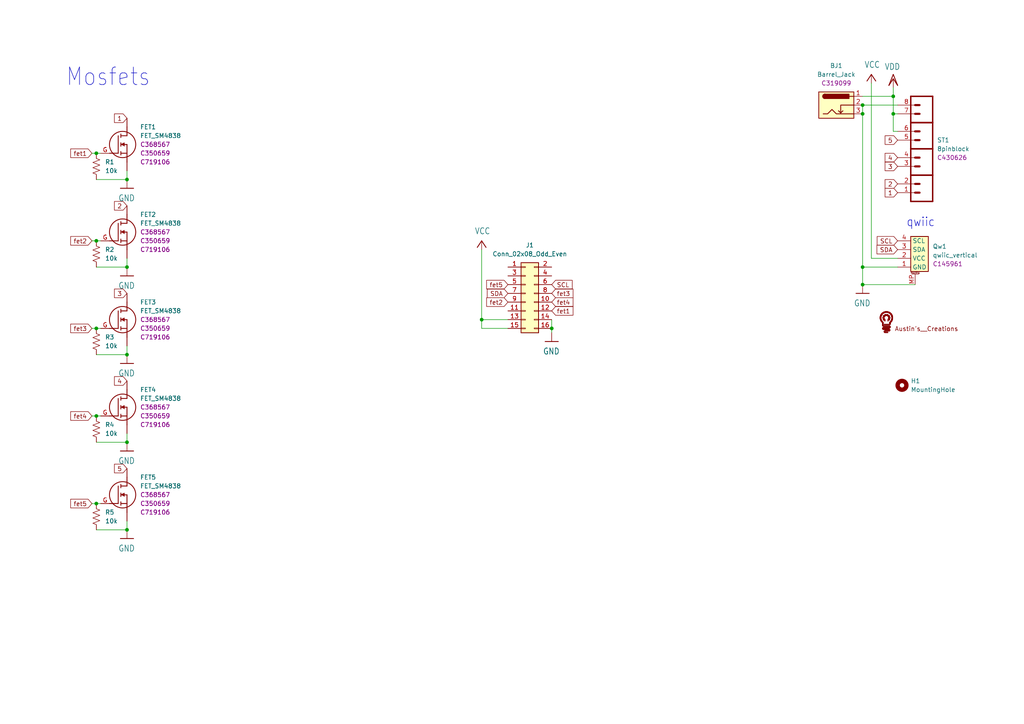
<source format=kicad_sch>
(kicad_sch (version 20211123) (generator eeschema)

  (uuid bb4f0314-c44c-4dda-b85c-537120eaae9a)

  (paper "A4")

  (lib_symbols
    (symbol "Austins creations:8pinblock" (in_bom yes) (on_board yes)
      (property "Reference" "ST" (id 0) (at -8.89 2.54 0)
        (effects (font (size 1.27 1.27)))
      )
      (property "Value" "8pinblock" (id 1) (at -8.89 0 0)
        (effects (font (size 1.27 1.27)))
      )
      (property "Footprint" "Austins creations:8pinblock" (id 2) (at 0 -17.78 0)
        (effects (font (size 1.27 1.27)) hide)
      )
      (property "Datasheet" "" (id 3) (at -13.97 8.89 0)
        (effects (font (size 1.27 1.27)) hide)
      )
      (property "part #" "C430626" (id 4) (at -8.89 -2.54 0)
        (effects (font (size 1.27 1.27)))
      )
      (symbol "8pinblock_1_0"
        (polyline
          (pts
            (xy -2.54 -7.62)
            (xy -2.54 -15.24)
          )
          (stroke (width 0.4064) (type default) (color 0 0 0 0))
          (fill (type none))
        )
        (polyline
          (pts
            (xy -2.54 -7.62)
            (xy 3.81 -7.62)
          )
          (stroke (width 0.4064) (type default) (color 0 0 0 0))
          (fill (type none))
        )
        (polyline
          (pts
            (xy -2.54 0)
            (xy -2.54 -7.62)
          )
          (stroke (width 0.4064) (type default) (color 0 0 0 0))
          (fill (type none))
        )
        (polyline
          (pts
            (xy -2.54 0)
            (xy 3.81 0)
          )
          (stroke (width 0.4064) (type default) (color 0 0 0 0))
          (fill (type none))
        )
        (polyline
          (pts
            (xy -2.54 7.62)
            (xy -2.54 0)
          )
          (stroke (width 0.4064) (type default) (color 0 0 0 0))
          (fill (type none))
        )
        (polyline
          (pts
            (xy -2.54 7.62)
            (xy 3.81 7.62)
          )
          (stroke (width 0.4064) (type default) (color 0 0 0 0))
          (fill (type none))
        )
        (polyline
          (pts
            (xy -2.54 15.24)
            (xy -2.54 7.62)
          )
          (stroke (width 0.4064) (type default) (color 0 0 0 0))
          (fill (type none))
        )
        (polyline
          (pts
            (xy -2.54 15.24)
            (xy 3.81 15.24)
          )
          (stroke (width 0.4064) (type default) (color 0 0 0 0))
          (fill (type none))
        )
        (polyline
          (pts
            (xy 1.27 -12.7)
            (xy 2.54 -12.7)
          )
          (stroke (width 0.6096) (type default) (color 0 0 0 0))
          (fill (type none))
        )
        (polyline
          (pts
            (xy 1.27 -10.16)
            (xy 2.54 -10.16)
          )
          (stroke (width 0.6096) (type default) (color 0 0 0 0))
          (fill (type none))
        )
        (polyline
          (pts
            (xy 1.27 -5.08)
            (xy 2.54 -5.08)
          )
          (stroke (width 0.6096) (type default) (color 0 0 0 0))
          (fill (type none))
        )
        (polyline
          (pts
            (xy 1.27 -2.54)
            (xy 2.54 -2.54)
          )
          (stroke (width 0.6096) (type default) (color 0 0 0 0))
          (fill (type none))
        )
        (polyline
          (pts
            (xy 1.27 2.54)
            (xy 2.54 2.54)
          )
          (stroke (width 0.6096) (type default) (color 0 0 0 0))
          (fill (type none))
        )
        (polyline
          (pts
            (xy 1.27 5.08)
            (xy 2.54 5.08)
          )
          (stroke (width 0.6096) (type default) (color 0 0 0 0))
          (fill (type none))
        )
        (polyline
          (pts
            (xy 1.27 10.16)
            (xy 2.54 10.16)
          )
          (stroke (width 0.6096) (type default) (color 0 0 0 0))
          (fill (type none))
        )
        (polyline
          (pts
            (xy 1.27 12.7)
            (xy 2.54 12.7)
          )
          (stroke (width 0.6096) (type default) (color 0 0 0 0))
          (fill (type none))
        )
        (polyline
          (pts
            (xy 3.81 -15.24)
            (xy -2.54 -15.24)
          )
          (stroke (width 0.4064) (type default) (color 0 0 0 0))
          (fill (type none))
        )
        (polyline
          (pts
            (xy 3.81 -15.24)
            (xy 3.81 -7.62)
          )
          (stroke (width 0.4064) (type default) (color 0 0 0 0))
          (fill (type none))
        )
        (polyline
          (pts
            (xy 3.81 -7.62)
            (xy -2.54 -7.62)
          )
          (stroke (width 0.4064) (type default) (color 0 0 0 0))
          (fill (type none))
        )
        (polyline
          (pts
            (xy 3.81 -7.62)
            (xy 3.81 0)
          )
          (stroke (width 0.4064) (type default) (color 0 0 0 0))
          (fill (type none))
        )
        (polyline
          (pts
            (xy 3.81 0)
            (xy -2.54 0)
          )
          (stroke (width 0.4064) (type default) (color 0 0 0 0))
          (fill (type none))
        )
        (polyline
          (pts
            (xy 3.81 0)
            (xy 3.81 7.62)
          )
          (stroke (width 0.4064) (type default) (color 0 0 0 0))
          (fill (type none))
        )
        (polyline
          (pts
            (xy 3.81 7.62)
            (xy -2.54 7.62)
          )
          (stroke (width 0.4064) (type default) (color 0 0 0 0))
          (fill (type none))
        )
        (polyline
          (pts
            (xy 3.81 7.62)
            (xy 3.81 15.24)
          )
          (stroke (width 0.4064) (type default) (color 0 0 0 0))
          (fill (type none))
        )
        (pin bidirectional line (at 7.62 12.7 180) (length 5.08)
          (name "1" (effects (font (size 0 0))))
          (number "1" (effects (font (size 1.27 1.27))))
        )
        (pin bidirectional line (at 7.62 10.16 180) (length 5.08)
          (name "2" (effects (font (size 0 0))))
          (number "2" (effects (font (size 1.27 1.27))))
        )
        (pin bidirectional line (at 7.62 5.08 180) (length 5.08)
          (name "3" (effects (font (size 0 0))))
          (number "3" (effects (font (size 1.27 1.27))))
        )
        (pin bidirectional line (at 7.62 2.54 180) (length 5.08)
          (name "4" (effects (font (size 0 0))))
          (number "4" (effects (font (size 1.27 1.27))))
        )
        (pin bidirectional line (at 7.62 -2.54 180) (length 5.08)
          (name "5" (effects (font (size 0 0))))
          (number "5" (effects (font (size 1.27 1.27))))
        )
        (pin bidirectional line (at 7.62 -5.08 180) (length 5.08)
          (name "6" (effects (font (size 0 0))))
          (number "6" (effects (font (size 1.27 1.27))))
        )
        (pin bidirectional line (at 7.62 -10.16 180) (length 5.08)
          (name "7" (effects (font (size 0 0))))
          (number "7" (effects (font (size 1.27 1.27))))
        )
        (pin bidirectional line (at 7.62 -12.7 180) (length 5.08)
          (name "8" (effects (font (size 0 0))))
          (number "8" (effects (font (size 1.27 1.27))))
        )
      )
    )
    (symbol "Austins creations:Barrel_Jack" (in_bom yes) (on_board yes)
      (property "Reference" "BJ" (id 0) (at -11.43 2.54 0)
        (effects (font (size 1.27 1.27)))
      )
      (property "Value" "Barrel_Jack" (id 1) (at -11.43 0 0)
        (effects (font (size 1.27 1.27)))
      )
      (property "Footprint" "Austins creations:Barrel Jack" (id 2) (at 0 -6.35 0)
        (effects (font (size 1.27 1.27)) hide)
      )
      (property "Datasheet" "" (id 3) (at -10.16 6.35 0)
        (effects (font (size 1.27 1.27)) hide)
      )
      (property "part #" "C319099" (id 4) (at -11.43 -2.54 0)
        (effects (font (size 1.27 1.27)))
      )
      (symbol "Barrel_Jack_0_1"
        (rectangle (start -5.08 3.81) (end 5.08 -3.81)
          (stroke (width 0.254) (type default) (color 0 0 0 0))
          (fill (type background))
        )
        (arc (start -3.302 3.175) (mid -3.937 2.54) (end -3.302 1.905)
          (stroke (width 0.254) (type default) (color 0 0 0 0))
          (fill (type none))
        )
        (arc (start -3.302 3.175) (mid -3.937 2.54) (end -3.302 1.905)
          (stroke (width 0.254) (type default) (color 0 0 0 0))
          (fill (type outline))
        )
        (polyline
          (pts
            (xy 1.27 -2.286)
            (xy 1.905 -1.651)
          )
          (stroke (width 0.254) (type default) (color 0 0 0 0))
          (fill (type none))
        )
        (polyline
          (pts
            (xy 5.08 2.54)
            (xy 3.81 2.54)
          )
          (stroke (width 0.254) (type default) (color 0 0 0 0))
          (fill (type none))
        )
        (polyline
          (pts
            (xy 5.08 0)
            (xy 1.27 0)
            (xy 1.27 -2.286)
            (xy 0.635 -1.651)
          )
          (stroke (width 0.254) (type default) (color 0 0 0 0))
          (fill (type none))
        )
        (polyline
          (pts
            (xy -3.81 -2.54)
            (xy -2.54 -2.54)
            (xy -1.27 -1.27)
            (xy 0 -2.54)
            (xy 2.54 -2.54)
            (xy 5.08 -2.54)
          )
          (stroke (width 0.254) (type default) (color 0 0 0 0))
          (fill (type none))
        )
        (rectangle (start 3.683 3.175) (end -3.302 1.905)
          (stroke (width 0.254) (type default) (color 0 0 0 0))
          (fill (type outline))
        )
      )
      (symbol "Barrel_Jack_1_1"
        (pin passive line (at 7.62 2.54 180) (length 2.54)
          (name "~" (effects (font (size 1.27 1.27))))
          (number "1" (effects (font (size 1.27 1.27))))
        )
        (pin passive line (at 7.62 0 180) (length 2.54)
          (name "~" (effects (font (size 1.27 1.27))))
          (number "2" (effects (font (size 1.27 1.27))))
        )
        (pin passive line (at 7.62 -2.54 180) (length 2.54)
          (name "~" (effects (font (size 1.27 1.27))))
          (number "3" (effects (font (size 1.27 1.27))))
        )
      )
    )
    (symbol "Austins creations:FET_SM4838" (in_bom yes) (on_board yes)
      (property "Reference" "FET" (id 0) (at 10.16 1.27 0)
        (effects (font (size 1.27 1.27)))
      )
      (property "Value" "FET_SM4838" (id 1) (at 10.16 -1.27 0)
        (effects (font (size 1.27 1.27)))
      )
      (property "Footprint" "Austins creations:FET SM4838" (id 2) (at 0 -16.51 0)
        (effects (font (size 1.27 1.27)) hide)
      )
      (property "Datasheet" "" (id 3) (at 0 7.62 0)
        (effects (font (size 1.27 1.27)) hide)
      )
      (property "part #" "C368567" (id 4) (at 10.16 -3.81 0)
        (effects (font (size 1.27 1.27)))
      )
      (property "part # ex" "C350659" (id 5) (at 10.16 -6.35 0)
        (effects (font (size 1.27 1.27)))
      )
      (property "part # ex2" "C719106" (id 6) (at 10.16 -8.89 0)
        (effects (font (size 1.27 1.27)))
      )
      (symbol "FET_SM4838_1_0"
        (polyline
          (pts
            (xy -3.81 -2.54)
            (xy -1.27 -2.54)
          )
          (stroke (width 0.254) (type default) (color 0 0 0 0))
          (fill (type none))
        )
        (polyline
          (pts
            (xy -1.27 2.54)
            (xy -1.27 -2.54)
          )
          (stroke (width 0.254) (type default) (color 0 0 0 0))
          (fill (type none))
        )
        (polyline
          (pts
            (xy -0.508 -3.048)
            (xy -0.508 -2.032)
          )
          (stroke (width 0.254) (type default) (color 0 0 0 0))
          (fill (type none))
        )
        (polyline
          (pts
            (xy -0.508 -2.54)
            (xy 1.27 -2.54)
          )
          (stroke (width 0.254) (type default) (color 0 0 0 0))
          (fill (type none))
        )
        (polyline
          (pts
            (xy -0.508 -0.508)
            (xy -0.508 0.508)
          )
          (stroke (width 0.254) (type default) (color 0 0 0 0))
          (fill (type none))
        )
        (polyline
          (pts
            (xy -0.508 3.048)
            (xy -0.508 2.032)
          )
          (stroke (width 0.254) (type default) (color 0 0 0 0))
          (fill (type none))
        )
        (polyline
          (pts
            (xy 1.27 0)
            (xy -0.508 0)
          )
          (stroke (width 0.254) (type default) (color 0 0 0 0))
          (fill (type none))
        )
        (polyline
          (pts
            (xy 1.27 0)
            (xy 1.27 -5.08)
          )
          (stroke (width 0.254) (type default) (color 0 0 0 0))
          (fill (type none))
        )
        (polyline
          (pts
            (xy 1.27 2.54)
            (xy -0.508 2.54)
          )
          (stroke (width 0.254) (type default) (color 0 0 0 0))
          (fill (type none))
        )
        (polyline
          (pts
            (xy 1.27 2.54)
            (xy 1.27 5.08)
          )
          (stroke (width 0.254) (type default) (color 0 0 0 0))
          (fill (type none))
        )
        (polyline
          (pts
            (xy -0.508 0)
            (xy 0.508 0.508)
            (xy 0.508 -0.508)
          )
          (stroke (width 0) (type default) (color 0 0 0 0))
          (fill (type outline))
        )
        (circle (center 0 0) (radius 3.81)
          (stroke (width 0.254) (type default) (color 0 0 0 0))
          (fill (type none))
        )
        (pin bidirectional line (at 1.27 7.62 270) (length 2.54)
          (name "D" (effects (font (size 0 0))))
          (number "D" (effects (font (size 0 0))))
        )
        (pin bidirectional line (at -6.35 -2.54 0) (length 2.54)
          (name "G" (effects (font (size 0 0))))
          (number "G" (effects (font (size 1.27 1.27))))
        )
        (pin bidirectional line (at 1.27 -7.62 90) (length 2.54)
          (name "S" (effects (font (size 0 0))))
          (number "S" (effects (font (size 0 0))))
        )
      )
    )
    (symbol "Austins creations:qwiic_vertical" (in_bom yes) (on_board yes)
      (property "Reference" "Qw" (id 0) (at 0 11.43 0)
        (effects (font (size 1.27 1.27)))
      )
      (property "Value" "qwiic_vertical" (id 1) (at 0 8.89 0)
        (effects (font (size 1.27 1.27)))
      )
      (property "Footprint" "Austins creations:qwiic vertical" (id 2) (at 0 13.97 0)
        (effects (font (size 1.27 1.27)) hide)
      )
      (property "Datasheet" "" (id 3) (at -8.89 13.97 0)
        (effects (font (size 1.27 1.27)) hide)
      )
      (property "part #" "C145961" (id 4) (at 0 6.35 0)
        (effects (font (size 1.27 1.27)))
      )
      (symbol "qwiic_vertical_1_1"
        (polyline
          (pts
            (xy 0.254 -5.842)
            (xy 2.286 -5.842)
          )
          (stroke (width 0.1524) (type default) (color 0 0 0 0))
          (fill (type none))
        )
        (rectangle (start 0 5.08) (end 5.08 -5.08)
          (stroke (width 0.254) (type default) (color 0 0 0 0))
          (fill (type background))
        )
        (text "Mounting" (at 1.27 -5.461 0)
          (effects (font (size 0.381 0.381)))
        )
        (pin passive line (at -3.81 -3.81 0) (length 3.81)
          (name "GND" (effects (font (size 1.27 1.27))))
          (number "1" (effects (font (size 1.27 1.27))))
        )
        (pin passive line (at -3.81 -1.27 0) (length 3.81)
          (name "VCC" (effects (font (size 1.27 1.27))))
          (number "2" (effects (font (size 1.27 1.27))))
        )
        (pin passive line (at -3.81 1.27 0) (length 3.81)
          (name "SDA" (effects (font (size 1.27 1.27))))
          (number "3" (effects (font (size 1.27 1.27))))
        )
        (pin passive line (at -3.81 3.81 0) (length 3.81)
          (name "SCL" (effects (font (size 1.27 1.27))))
          (number "4" (effects (font (size 1.27 1.27))))
        )
        (pin passive line (at 1.27 -8.89 90) (length 3.048)
          (name "" (effects (font (size 1.27 1.27))))
          (number "MP" (effects (font (size 1.27 1.27))))
        )
      )
    )
    (symbol "Connector_Generic:Conn_02x08_Odd_Even" (pin_names (offset 1.016) hide) (in_bom yes) (on_board yes)
      (property "Reference" "J" (id 0) (at 1.27 10.16 0)
        (effects (font (size 1.27 1.27)))
      )
      (property "Value" "Conn_02x08_Odd_Even" (id 1) (at 1.27 -12.7 0)
        (effects (font (size 1.27 1.27)))
      )
      (property "Footprint" "" (id 2) (at 0 0 0)
        (effects (font (size 1.27 1.27)) hide)
      )
      (property "Datasheet" "~" (id 3) (at 0 0 0)
        (effects (font (size 1.27 1.27)) hide)
      )
      (property "ki_keywords" "connector" (id 4) (at 0 0 0)
        (effects (font (size 1.27 1.27)) hide)
      )
      (property "ki_description" "Generic connector, double row, 02x08, odd/even pin numbering scheme (row 1 odd numbers, row 2 even numbers), script generated (kicad-library-utils/schlib/autogen/connector/)" (id 5) (at 0 0 0)
        (effects (font (size 1.27 1.27)) hide)
      )
      (property "ki_fp_filters" "Connector*:*_2x??_*" (id 6) (at 0 0 0)
        (effects (font (size 1.27 1.27)) hide)
      )
      (symbol "Conn_02x08_Odd_Even_1_1"
        (rectangle (start -1.27 -10.033) (end 0 -10.287)
          (stroke (width 0.1524) (type default) (color 0 0 0 0))
          (fill (type none))
        )
        (rectangle (start -1.27 -7.493) (end 0 -7.747)
          (stroke (width 0.1524) (type default) (color 0 0 0 0))
          (fill (type none))
        )
        (rectangle (start -1.27 -4.953) (end 0 -5.207)
          (stroke (width 0.1524) (type default) (color 0 0 0 0))
          (fill (type none))
        )
        (rectangle (start -1.27 -2.413) (end 0 -2.667)
          (stroke (width 0.1524) (type default) (color 0 0 0 0))
          (fill (type none))
        )
        (rectangle (start -1.27 0.127) (end 0 -0.127)
          (stroke (width 0.1524) (type default) (color 0 0 0 0))
          (fill (type none))
        )
        (rectangle (start -1.27 2.667) (end 0 2.413)
          (stroke (width 0.1524) (type default) (color 0 0 0 0))
          (fill (type none))
        )
        (rectangle (start -1.27 5.207) (end 0 4.953)
          (stroke (width 0.1524) (type default) (color 0 0 0 0))
          (fill (type none))
        )
        (rectangle (start -1.27 7.747) (end 0 7.493)
          (stroke (width 0.1524) (type default) (color 0 0 0 0))
          (fill (type none))
        )
        (rectangle (start -1.27 8.89) (end 3.81 -11.43)
          (stroke (width 0.254) (type default) (color 0 0 0 0))
          (fill (type background))
        )
        (rectangle (start 3.81 -10.033) (end 2.54 -10.287)
          (stroke (width 0.1524) (type default) (color 0 0 0 0))
          (fill (type none))
        )
        (rectangle (start 3.81 -7.493) (end 2.54 -7.747)
          (stroke (width 0.1524) (type default) (color 0 0 0 0))
          (fill (type none))
        )
        (rectangle (start 3.81 -4.953) (end 2.54 -5.207)
          (stroke (width 0.1524) (type default) (color 0 0 0 0))
          (fill (type none))
        )
        (rectangle (start 3.81 -2.413) (end 2.54 -2.667)
          (stroke (width 0.1524) (type default) (color 0 0 0 0))
          (fill (type none))
        )
        (rectangle (start 3.81 0.127) (end 2.54 -0.127)
          (stroke (width 0.1524) (type default) (color 0 0 0 0))
          (fill (type none))
        )
        (rectangle (start 3.81 2.667) (end 2.54 2.413)
          (stroke (width 0.1524) (type default) (color 0 0 0 0))
          (fill (type none))
        )
        (rectangle (start 3.81 5.207) (end 2.54 4.953)
          (stroke (width 0.1524) (type default) (color 0 0 0 0))
          (fill (type none))
        )
        (rectangle (start 3.81 7.747) (end 2.54 7.493)
          (stroke (width 0.1524) (type default) (color 0 0 0 0))
          (fill (type none))
        )
        (pin passive line (at -5.08 7.62 0) (length 3.81)
          (name "Pin_1" (effects (font (size 1.27 1.27))))
          (number "1" (effects (font (size 1.27 1.27))))
        )
        (pin passive line (at 7.62 -2.54 180) (length 3.81)
          (name "Pin_10" (effects (font (size 1.27 1.27))))
          (number "10" (effects (font (size 1.27 1.27))))
        )
        (pin passive line (at -5.08 -5.08 0) (length 3.81)
          (name "Pin_11" (effects (font (size 1.27 1.27))))
          (number "11" (effects (font (size 1.27 1.27))))
        )
        (pin passive line (at 7.62 -5.08 180) (length 3.81)
          (name "Pin_12" (effects (font (size 1.27 1.27))))
          (number "12" (effects (font (size 1.27 1.27))))
        )
        (pin passive line (at -5.08 -7.62 0) (length 3.81)
          (name "Pin_13" (effects (font (size 1.27 1.27))))
          (number "13" (effects (font (size 1.27 1.27))))
        )
        (pin passive line (at 7.62 -7.62 180) (length 3.81)
          (name "Pin_14" (effects (font (size 1.27 1.27))))
          (number "14" (effects (font (size 1.27 1.27))))
        )
        (pin passive line (at -5.08 -10.16 0) (length 3.81)
          (name "Pin_15" (effects (font (size 1.27 1.27))))
          (number "15" (effects (font (size 1.27 1.27))))
        )
        (pin passive line (at 7.62 -10.16 180) (length 3.81)
          (name "Pin_16" (effects (font (size 1.27 1.27))))
          (number "16" (effects (font (size 1.27 1.27))))
        )
        (pin passive line (at 7.62 7.62 180) (length 3.81)
          (name "Pin_2" (effects (font (size 1.27 1.27))))
          (number "2" (effects (font (size 1.27 1.27))))
        )
        (pin passive line (at -5.08 5.08 0) (length 3.81)
          (name "Pin_3" (effects (font (size 1.27 1.27))))
          (number "3" (effects (font (size 1.27 1.27))))
        )
        (pin passive line (at 7.62 5.08 180) (length 3.81)
          (name "Pin_4" (effects (font (size 1.27 1.27))))
          (number "4" (effects (font (size 1.27 1.27))))
        )
        (pin passive line (at -5.08 2.54 0) (length 3.81)
          (name "Pin_5" (effects (font (size 1.27 1.27))))
          (number "5" (effects (font (size 1.27 1.27))))
        )
        (pin passive line (at 7.62 2.54 180) (length 3.81)
          (name "Pin_6" (effects (font (size 1.27 1.27))))
          (number "6" (effects (font (size 1.27 1.27))))
        )
        (pin passive line (at -5.08 0 0) (length 3.81)
          (name "Pin_7" (effects (font (size 1.27 1.27))))
          (number "7" (effects (font (size 1.27 1.27))))
        )
        (pin passive line (at 7.62 0 180) (length 3.81)
          (name "Pin_8" (effects (font (size 1.27 1.27))))
          (number "8" (effects (font (size 1.27 1.27))))
        )
        (pin passive line (at -5.08 -2.54 0) (length 3.81)
          (name "Pin_9" (effects (font (size 1.27 1.27))))
          (number "9" (effects (font (size 1.27 1.27))))
        )
      )
    )
    (symbol "Device:R_US" (pin_numbers hide) (pin_names (offset 0)) (in_bom yes) (on_board yes)
      (property "Reference" "R" (id 0) (at 2.54 0 90)
        (effects (font (size 1.27 1.27)))
      )
      (property "Value" "R_US" (id 1) (at -2.54 0 90)
        (effects (font (size 1.27 1.27)))
      )
      (property "Footprint" "" (id 2) (at 1.016 -0.254 90)
        (effects (font (size 1.27 1.27)) hide)
      )
      (property "Datasheet" "~" (id 3) (at 0 0 0)
        (effects (font (size 1.27 1.27)) hide)
      )
      (property "ki_keywords" "R res resistor" (id 4) (at 0 0 0)
        (effects (font (size 1.27 1.27)) hide)
      )
      (property "ki_description" "Resistor, US symbol" (id 5) (at 0 0 0)
        (effects (font (size 1.27 1.27)) hide)
      )
      (property "ki_fp_filters" "R_*" (id 6) (at 0 0 0)
        (effects (font (size 1.27 1.27)) hide)
      )
      (symbol "R_US_0_1"
        (polyline
          (pts
            (xy 0 -2.286)
            (xy 0 -2.54)
          )
          (stroke (width 0) (type default) (color 0 0 0 0))
          (fill (type none))
        )
        (polyline
          (pts
            (xy 0 2.286)
            (xy 0 2.54)
          )
          (stroke (width 0) (type default) (color 0 0 0 0))
          (fill (type none))
        )
        (polyline
          (pts
            (xy 0 -0.762)
            (xy 1.016 -1.143)
            (xy 0 -1.524)
            (xy -1.016 -1.905)
            (xy 0 -2.286)
          )
          (stroke (width 0) (type default) (color 0 0 0 0))
          (fill (type none))
        )
        (polyline
          (pts
            (xy 0 0.762)
            (xy 1.016 0.381)
            (xy 0 0)
            (xy -1.016 -0.381)
            (xy 0 -0.762)
          )
          (stroke (width 0) (type default) (color 0 0 0 0))
          (fill (type none))
        )
        (polyline
          (pts
            (xy 0 2.286)
            (xy 1.016 1.905)
            (xy 0 1.524)
            (xy -1.016 1.143)
            (xy 0 0.762)
          )
          (stroke (width 0) (type default) (color 0 0 0 0))
          (fill (type none))
        )
      )
      (symbol "R_US_1_1"
        (pin passive line (at 0 3.81 270) (length 1.27)
          (name "~" (effects (font (size 1.27 1.27))))
          (number "1" (effects (font (size 1.27 1.27))))
        )
        (pin passive line (at 0 -3.81 90) (length 1.27)
          (name "~" (effects (font (size 1.27 1.27))))
          (number "2" (effects (font (size 1.27 1.27))))
        )
      )
    )
    (symbol "Mechanical:MountingHole" (pin_names (offset 1.016)) (in_bom yes) (on_board yes)
      (property "Reference" "H" (id 0) (at 0 5.08 0)
        (effects (font (size 1.27 1.27)))
      )
      (property "Value" "MountingHole" (id 1) (at 0 3.175 0)
        (effects (font (size 1.27 1.27)))
      )
      (property "Footprint" "" (id 2) (at 0 0 0)
        (effects (font (size 1.27 1.27)) hide)
      )
      (property "Datasheet" "~" (id 3) (at 0 0 0)
        (effects (font (size 1.27 1.27)) hide)
      )
      (property "ki_keywords" "mounting hole" (id 4) (at 0 0 0)
        (effects (font (size 1.27 1.27)) hide)
      )
      (property "ki_description" "Mounting Hole without connection" (id 5) (at 0 0 0)
        (effects (font (size 1.27 1.27)) hide)
      )
      (property "ki_fp_filters" "MountingHole*" (id 6) (at 0 0 0)
        (effects (font (size 1.27 1.27)) hide)
      )
      (symbol "MountingHole_0_1"
        (circle (center 0 0) (radius 1.27)
          (stroke (width 1.27) (type default) (color 0 0 0 0))
          (fill (type none))
        )
      )
    )
    (symbol "PWM sheild lilyGO-eagle-import:GND" (power) (in_bom yes) (on_board yes)
      (property "Reference" "#GND" (id 0) (at 0 0 0)
        (effects (font (size 1.27 1.27)) hide)
      )
      (property "Value" "GND" (id 1) (at -2.54 -2.54 0)
        (effects (font (size 1.778 1.5113)) (justify left bottom))
      )
      (property "Footprint" "" (id 2) (at 0 0 0)
        (effects (font (size 1.27 1.27)) hide)
      )
      (property "Datasheet" "" (id 3) (at 0 0 0)
        (effects (font (size 1.27 1.27)) hide)
      )
      (property "ki_locked" "" (id 4) (at 0 0 0)
        (effects (font (size 1.27 1.27)))
      )
      (symbol "GND_1_0"
        (polyline
          (pts
            (xy -1.905 0)
            (xy 1.905 0)
          )
          (stroke (width 0.254) (type default) (color 0 0 0 0))
          (fill (type none))
        )
        (pin power_in line (at 0 2.54 270) (length 2.54)
          (name "GND" (effects (font (size 0 0))))
          (number "1" (effects (font (size 0 0))))
        )
      )
    )
    (symbol "PWM sheild lilyGO-eagle-import:LOGO" (in_bom yes) (on_board yes)
      (property "Reference" "" (id 0) (at 0 0 0)
        (effects (font (size 1.27 1.27)) hide)
      )
      (property "Value" "LOGO" (id 1) (at 0 0 0)
        (effects (font (size 1.27 1.27)) hide)
      )
      (property "Footprint" "" (id 2) (at 0 0 0)
        (effects (font (size 1.27 1.27)) hide)
      )
      (property "Datasheet" "" (id 3) (at 0 0 0)
        (effects (font (size 1.27 1.27)) hide)
      )
      (property "ki_locked" "" (id 4) (at 0 0 0)
        (effects (font (size 1.27 1.27)))
      )
      (symbol "LOGO_1_0"
        (rectangle (start -0.0127 4.0767) (end 0.2921 4.1021)
          (stroke (width 0) (type default) (color 0 0 0 0))
          (fill (type outline))
        )
        (rectangle (start -0.0127 4.1021) (end 0.2921 4.1275)
          (stroke (width 0) (type default) (color 0 0 0 0))
          (fill (type outline))
        )
        (rectangle (start -0.0127 4.1275) (end 0.2921 4.1529)
          (stroke (width 0) (type default) (color 0 0 0 0))
          (fill (type outline))
        )
        (rectangle (start -0.0127 4.1529) (end 0.2921 4.1783)
          (stroke (width 0) (type default) (color 0 0 0 0))
          (fill (type outline))
        )
        (rectangle (start -0.0127 4.1783) (end 0.2921 4.2037)
          (stroke (width 0) (type default) (color 0 0 0 0))
          (fill (type outline))
        )
        (rectangle (start -0.0127 4.2037) (end 0.2921 4.2291)
          (stroke (width 0) (type default) (color 0 0 0 0))
          (fill (type outline))
        )
        (rectangle (start -0.0127 4.2291) (end 0.2921 4.2545)
          (stroke (width 0) (type default) (color 0 0 0 0))
          (fill (type outline))
        )
        (rectangle (start -0.0127 4.2545) (end 0.2921 4.2799)
          (stroke (width 0) (type default) (color 0 0 0 0))
          (fill (type outline))
        )
        (rectangle (start -0.0127 4.2799) (end 0.2921 4.3053)
          (stroke (width 0) (type default) (color 0 0 0 0))
          (fill (type outline))
        )
        (rectangle (start -0.0127 4.3053) (end 0.2921 4.3307)
          (stroke (width 0) (type default) (color 0 0 0 0))
          (fill (type outline))
        )
        (rectangle (start -0.0127 4.3307) (end 0.2921 4.3561)
          (stroke (width 0) (type default) (color 0 0 0 0))
          (fill (type outline))
        )
        (rectangle (start -0.0127 4.3561) (end 0.2921 4.3815)
          (stroke (width 0) (type default) (color 0 0 0 0))
          (fill (type outline))
        )
        (rectangle (start -0.0127 4.3815) (end 0.2921 4.4069)
          (stroke (width 0) (type default) (color 0 0 0 0))
          (fill (type outline))
        )
        (rectangle (start -0.0127 4.4069) (end 0.2921 4.4323)
          (stroke (width 0) (type default) (color 0 0 0 0))
          (fill (type outline))
        )
        (rectangle (start -0.0127 4.4323) (end 0.2921 4.4577)
          (stroke (width 0) (type default) (color 0 0 0 0))
          (fill (type outline))
        )
        (rectangle (start -0.0127 4.4577) (end 0.2921 4.4831)
          (stroke (width 0) (type default) (color 0 0 0 0))
          (fill (type outline))
        )
        (rectangle (start -0.0127 4.4831) (end 0.2921 4.5085)
          (stroke (width 0) (type default) (color 0 0 0 0))
          (fill (type outline))
        )
        (rectangle (start -0.0127 4.5085) (end 0.2921 4.5339)
          (stroke (width 0) (type default) (color 0 0 0 0))
          (fill (type outline))
        )
        (rectangle (start -0.0127 4.5339) (end 0.2921 4.5593)
          (stroke (width 0) (type default) (color 0 0 0 0))
          (fill (type outline))
        )
        (rectangle (start -0.0127 4.5593) (end 0.2921 4.5847)
          (stroke (width 0) (type default) (color 0 0 0 0))
          (fill (type outline))
        )
        (rectangle (start -0.0127 4.5847) (end 0.3175 4.6101)
          (stroke (width 0) (type default) (color 0 0 0 0))
          (fill (type outline))
        )
        (rectangle (start -0.0127 4.6101) (end 0.3175 4.6355)
          (stroke (width 0) (type default) (color 0 0 0 0))
          (fill (type outline))
        )
        (rectangle (start 0.0127 3.9243) (end 0.3175 3.9497)
          (stroke (width 0) (type default) (color 0 0 0 0))
          (fill (type outline))
        )
        (rectangle (start 0.0127 3.9497) (end 0.3175 3.9751)
          (stroke (width 0) (type default) (color 0 0 0 0))
          (fill (type outline))
        )
        (rectangle (start 0.0127 3.9751) (end 0.3175 4.0005)
          (stroke (width 0) (type default) (color 0 0 0 0))
          (fill (type outline))
        )
        (rectangle (start 0.0127 4.0005) (end 0.3175 4.0259)
          (stroke (width 0) (type default) (color 0 0 0 0))
          (fill (type outline))
        )
        (rectangle (start 0.0127 4.0259) (end 0.2921 4.0513)
          (stroke (width 0) (type default) (color 0 0 0 0))
          (fill (type outline))
        )
        (rectangle (start 0.0127 4.0513) (end 0.2921 4.0767)
          (stroke (width 0) (type default) (color 0 0 0 0))
          (fill (type outline))
        )
        (rectangle (start 0.0127 4.6355) (end 0.3175 4.6609)
          (stroke (width 0) (type default) (color 0 0 0 0))
          (fill (type outline))
        )
        (rectangle (start 0.0127 4.6609) (end 0.3175 4.6863)
          (stroke (width 0) (type default) (color 0 0 0 0))
          (fill (type outline))
        )
        (rectangle (start 0.0127 4.6863) (end 0.3175 4.7117)
          (stroke (width 0) (type default) (color 0 0 0 0))
          (fill (type outline))
        )
        (rectangle (start 0.0127 4.7117) (end 0.3429 4.7371)
          (stroke (width 0) (type default) (color 0 0 0 0))
          (fill (type outline))
        )
        (rectangle (start 0.0127 4.7371) (end 0.3429 4.7625)
          (stroke (width 0) (type default) (color 0 0 0 0))
          (fill (type outline))
        )
        (rectangle (start 0.0381 3.8481) (end 0.3429 3.8735)
          (stroke (width 0) (type default) (color 0 0 0 0))
          (fill (type outline))
        )
        (rectangle (start 0.0381 3.8735) (end 0.3429 3.8989)
          (stroke (width 0) (type default) (color 0 0 0 0))
          (fill (type outline))
        )
        (rectangle (start 0.0381 3.8989) (end 0.3429 3.9243)
          (stroke (width 0) (type default) (color 0 0 0 0))
          (fill (type outline))
        )
        (rectangle (start 0.0381 4.7625) (end 0.3429 4.7879)
          (stroke (width 0) (type default) (color 0 0 0 0))
          (fill (type outline))
        )
        (rectangle (start 0.0381 4.7879) (end 0.3429 4.8133)
          (stroke (width 0) (type default) (color 0 0 0 0))
          (fill (type outline))
        )
        (rectangle (start 0.0381 4.8133) (end 0.3683 4.8387)
          (stroke (width 0) (type default) (color 0 0 0 0))
          (fill (type outline))
        )
        (rectangle (start 0.0381 4.8387) (end 0.3683 4.8641)
          (stroke (width 0) (type default) (color 0 0 0 0))
          (fill (type outline))
        )
        (rectangle (start 0.0635 3.7719) (end 0.3683 3.7973)
          (stroke (width 0) (type default) (color 0 0 0 0))
          (fill (type outline))
        )
        (rectangle (start 0.0635 3.7973) (end 0.3683 3.8227)
          (stroke (width 0) (type default) (color 0 0 0 0))
          (fill (type outline))
        )
        (rectangle (start 0.0635 3.8227) (end 0.3429 3.8481)
          (stroke (width 0) (type default) (color 0 0 0 0))
          (fill (type outline))
        )
        (rectangle (start 0.0635 4.8641) (end 0.3937 4.8895)
          (stroke (width 0) (type default) (color 0 0 0 0))
          (fill (type outline))
        )
        (rectangle (start 0.0635 4.8895) (end 0.3937 4.9149)
          (stroke (width 0) (type default) (color 0 0 0 0))
          (fill (type outline))
        )
        (rectangle (start 0.0635 4.9149) (end 0.3937 4.9403)
          (stroke (width 0) (type default) (color 0 0 0 0))
          (fill (type outline))
        )
        (rectangle (start 0.0889 3.6957) (end 0.3937 3.7211)
          (stroke (width 0) (type default) (color 0 0 0 0))
          (fill (type outline))
        )
        (rectangle (start 0.0889 3.7211) (end 0.3937 3.7465)
          (stroke (width 0) (type default) (color 0 0 0 0))
          (fill (type outline))
        )
        (rectangle (start 0.0889 3.7465) (end 0.3937 3.7719)
          (stroke (width 0) (type default) (color 0 0 0 0))
          (fill (type outline))
        )
        (rectangle (start 0.0889 4.9403) (end 0.4191 4.9657)
          (stroke (width 0) (type default) (color 0 0 0 0))
          (fill (type outline))
        )
        (rectangle (start 0.0889 4.9657) (end 0.4191 4.9911)
          (stroke (width 0) (type default) (color 0 0 0 0))
          (fill (type outline))
        )
        (rectangle (start 0.0889 4.9911) (end 0.4445 5.0165)
          (stroke (width 0) (type default) (color 0 0 0 0))
          (fill (type outline))
        )
        (rectangle (start 0.1143 3.6195) (end 0.4445 3.6449)
          (stroke (width 0) (type default) (color 0 0 0 0))
          (fill (type outline))
        )
        (rectangle (start 0.1143 3.6449) (end 0.4191 3.6703)
          (stroke (width 0) (type default) (color 0 0 0 0))
          (fill (type outline))
        )
        (rectangle (start 0.1143 3.6703) (end 0.4191 3.6957)
          (stroke (width 0) (type default) (color 0 0 0 0))
          (fill (type outline))
        )
        (rectangle (start 0.1143 5.0165) (end 0.4445 5.0419)
          (stroke (width 0) (type default) (color 0 0 0 0))
          (fill (type outline))
        )
        (rectangle (start 0.1143 5.0419) (end 0.4699 5.0673)
          (stroke (width 0) (type default) (color 0 0 0 0))
          (fill (type outline))
        )
        (rectangle (start 0.1143 5.0673) (end 0.4699 5.0927)
          (stroke (width 0) (type default) (color 0 0 0 0))
          (fill (type outline))
        )
        (rectangle (start 0.1397 3.5687) (end 0.4699 3.5941)
          (stroke (width 0) (type default) (color 0 0 0 0))
          (fill (type outline))
        )
        (rectangle (start 0.1397 3.5941) (end 0.4445 3.6195)
          (stroke (width 0) (type default) (color 0 0 0 0))
          (fill (type outline))
        )
        (rectangle (start 0.1397 5.0927) (end 0.4953 5.1181)
          (stroke (width 0) (type default) (color 0 0 0 0))
          (fill (type outline))
        )
        (rectangle (start 0.1397 5.1181) (end 0.4953 5.1435)
          (stroke (width 0) (type default) (color 0 0 0 0))
          (fill (type outline))
        )
        (rectangle (start 0.1651 3.5179) (end 0.4953 3.5433)
          (stroke (width 0) (type default) (color 0 0 0 0))
          (fill (type outline))
        )
        (rectangle (start 0.1651 3.5433) (end 0.4699 3.5687)
          (stroke (width 0) (type default) (color 0 0 0 0))
          (fill (type outline))
        )
        (rectangle (start 0.1651 5.1435) (end 0.5207 5.1689)
          (stroke (width 0) (type default) (color 0 0 0 0))
          (fill (type outline))
        )
        (rectangle (start 0.1651 5.1689) (end 0.5461 5.1943)
          (stroke (width 0) (type default) (color 0 0 0 0))
          (fill (type outline))
        )
        (rectangle (start 0.1905 3.4671) (end 0.5207 3.4925)
          (stroke (width 0) (type default) (color 0 0 0 0))
          (fill (type outline))
        )
        (rectangle (start 0.1905 3.4925) (end 0.4953 3.5179)
          (stroke (width 0) (type default) (color 0 0 0 0))
          (fill (type outline))
        )
        (rectangle (start 0.1905 5.1943) (end 0.5461 5.2197)
          (stroke (width 0) (type default) (color 0 0 0 0))
          (fill (type outline))
        )
        (rectangle (start 0.1905 5.2197) (end 0.5715 5.2451)
          (stroke (width 0) (type default) (color 0 0 0 0))
          (fill (type outline))
        )
        (rectangle (start 0.2159 3.4163) (end 0.5461 3.4417)
          (stroke (width 0) (type default) (color 0 0 0 0))
          (fill (type outline))
        )
        (rectangle (start 0.2159 3.4417) (end 0.5461 3.4671)
          (stroke (width 0) (type default) (color 0 0 0 0))
          (fill (type outline))
        )
        (rectangle (start 0.2159 5.2451) (end 0.5969 5.2705)
          (stroke (width 0) (type default) (color 0 0 0 0))
          (fill (type outline))
        )
        (rectangle (start 0.2413 3.3909) (end 0.5715 3.4163)
          (stroke (width 0) (type default) (color 0 0 0 0))
          (fill (type outline))
        )
        (rectangle (start 0.2413 5.2705) (end 0.5969 5.2959)
          (stroke (width 0) (type default) (color 0 0 0 0))
          (fill (type outline))
        )
        (rectangle (start 0.2413 5.2959) (end 0.6477 5.3213)
          (stroke (width 0) (type default) (color 0 0 0 0))
          (fill (type outline))
        )
        (rectangle (start 0.2667 3.3401) (end 0.5969 3.3655)
          (stroke (width 0) (type default) (color 0 0 0 0))
          (fill (type outline))
        )
        (rectangle (start 0.2667 3.3655) (end 0.5969 3.3909)
          (stroke (width 0) (type default) (color 0 0 0 0))
          (fill (type outline))
        )
        (rectangle (start 0.2667 5.3213) (end 0.6477 5.3467)
          (stroke (width 0) (type default) (color 0 0 0 0))
          (fill (type outline))
        )
        (rectangle (start 0.2667 5.3467) (end 0.6731 5.3721)
          (stroke (width 0) (type default) (color 0 0 0 0))
          (fill (type outline))
        )
        (rectangle (start 0.2921 3.3147) (end 0.6223 3.3401)
          (stroke (width 0) (type default) (color 0 0 0 0))
          (fill (type outline))
        )
        (rectangle (start 0.2921 5.3721) (end 0.6985 5.3975)
          (stroke (width 0) (type default) (color 0 0 0 0))
          (fill (type outline))
        )
        (rectangle (start 0.3175 3.2639) (end 0.6731 3.2893)
          (stroke (width 0) (type default) (color 0 0 0 0))
          (fill (type outline))
        )
        (rectangle (start 0.3175 3.2893) (end 0.6477 3.3147)
          (stroke (width 0) (type default) (color 0 0 0 0))
          (fill (type outline))
        )
        (rectangle (start 0.3175 5.3975) (end 0.7239 5.4229)
          (stroke (width 0) (type default) (color 0 0 0 0))
          (fill (type outline))
        )
        (rectangle (start 0.3429 3.2385) (end 0.6985 3.2639)
          (stroke (width 0) (type default) (color 0 0 0 0))
          (fill (type outline))
        )
        (rectangle (start 0.3429 5.4229) (end 0.7493 5.4483)
          (stroke (width 0) (type default) (color 0 0 0 0))
          (fill (type outline))
        )
        (rectangle (start 0.3429 5.4483) (end 0.7747 5.4737)
          (stroke (width 0) (type default) (color 0 0 0 0))
          (fill (type outline))
        )
        (rectangle (start 0.3683 3.2131) (end 0.7239 3.2385)
          (stroke (width 0) (type default) (color 0 0 0 0))
          (fill (type outline))
        )
        (rectangle (start 0.3683 5.4737) (end 0.8255 5.4991)
          (stroke (width 0) (type default) (color 0 0 0 0))
          (fill (type outline))
        )
        (rectangle (start 0.3683 5.4991) (end 0.8255 5.5245)
          (stroke (width 0) (type default) (color 0 0 0 0))
          (fill (type outline))
        )
        (rectangle (start 0.3937 3.1623) (end 0.7747 3.1877)
          (stroke (width 0) (type default) (color 0 0 0 0))
          (fill (type outline))
        )
        (rectangle (start 0.3937 3.1877) (end 0.7493 3.2131)
          (stroke (width 0) (type default) (color 0 0 0 0))
          (fill (type outline))
        )
        (rectangle (start 0.4191 3.1369) (end 0.8001 3.1623)
          (stroke (width 0) (type default) (color 0 0 0 0))
          (fill (type outline))
        )
        (rectangle (start 0.4191 5.5245) (end 0.8509 5.5499)
          (stroke (width 0) (type default) (color 0 0 0 0))
          (fill (type outline))
        )
        (rectangle (start 0.4191 5.5499) (end 0.8763 5.5753)
          (stroke (width 0) (type default) (color 0 0 0 0))
          (fill (type outline))
        )
        (rectangle (start 0.4445 3.1115) (end 0.8255 3.1369)
          (stroke (width 0) (type default) (color 0 0 0 0))
          (fill (type outline))
        )
        (rectangle (start 0.4445 5.5753) (end 0.9271 5.6007)
          (stroke (width 0) (type default) (color 0 0 0 0))
          (fill (type outline))
        )
        (rectangle (start 0.4699 3.0861) (end 0.8509 3.1115)
          (stroke (width 0) (type default) (color 0 0 0 0))
          (fill (type outline))
        )
        (rectangle (start 0.4699 5.6007) (end 0.9525 5.6261)
          (stroke (width 0) (type default) (color 0 0 0 0))
          (fill (type outline))
        )
        (rectangle (start 0.4953 3.0607) (end 0.8763 3.0861)
          (stroke (width 0) (type default) (color 0 0 0 0))
          (fill (type outline))
        )
        (rectangle (start 0.4953 5.6261) (end 0.9779 5.6515)
          (stroke (width 0) (type default) (color 0 0 0 0))
          (fill (type outline))
        )
        (rectangle (start 0.5207 3.0353) (end 0.9017 3.0607)
          (stroke (width 0) (type default) (color 0 0 0 0))
          (fill (type outline))
        )
        (rectangle (start 0.5207 5.6515) (end 1.0541 5.6769)
          (stroke (width 0) (type default) (color 0 0 0 0))
          (fill (type outline))
        )
        (rectangle (start 0.5461 3.0099) (end 0.9271 3.0353)
          (stroke (width 0) (type default) (color 0 0 0 0))
          (fill (type outline))
        )
        (rectangle (start 0.5461 5.6769) (end 1.0795 5.7023)
          (stroke (width 0) (type default) (color 0 0 0 0))
          (fill (type outline))
        )
        (rectangle (start 0.5715 2.9845) (end 0.9271 3.0099)
          (stroke (width 0) (type default) (color 0 0 0 0))
          (fill (type outline))
        )
        (rectangle (start 0.5715 5.7023) (end 1.1049 5.7277)
          (stroke (width 0) (type default) (color 0 0 0 0))
          (fill (type outline))
        )
        (rectangle (start 0.5969 2.9591) (end 0.9271 2.9845)
          (stroke (width 0) (type default) (color 0 0 0 0))
          (fill (type outline))
        )
        (rectangle (start 0.6223 2.9337) (end 0.9271 2.9591)
          (stroke (width 0) (type default) (color 0 0 0 0))
          (fill (type outline))
        )
        (rectangle (start 0.6223 5.7277) (end 1.1557 5.7531)
          (stroke (width 0) (type default) (color 0 0 0 0))
          (fill (type outline))
        )
        (rectangle (start 0.6477 2.9083) (end 0.9271 2.9337)
          (stroke (width 0) (type default) (color 0 0 0 0))
          (fill (type outline))
        )
        (rectangle (start 0.6477 5.7531) (end 1.2319 5.7785)
          (stroke (width 0) (type default) (color 0 0 0 0))
          (fill (type outline))
        )
        (rectangle (start 0.6731 2.8829) (end 0.9271 2.9083)
          (stroke (width 0) (type default) (color 0 0 0 0))
          (fill (type outline))
        )
        (rectangle (start 0.6731 5.7785) (end 1.2827 5.8039)
          (stroke (width 0) (type default) (color 0 0 0 0))
          (fill (type outline))
        )
        (rectangle (start 0.6985 1.1303) (end 0.9779 1.1557)
          (stroke (width 0) (type default) (color 0 0 0 0))
          (fill (type outline))
        )
        (rectangle (start 0.6985 1.1557) (end 0.9525 1.1811)
          (stroke (width 0) (type default) (color 0 0 0 0))
          (fill (type outline))
        )
        (rectangle (start 0.6985 1.1811) (end 0.9271 1.2065)
          (stroke (width 0) (type default) (color 0 0 0 0))
          (fill (type outline))
        )
        (rectangle (start 0.6985 1.2065) (end 0.9271 1.2319)
          (stroke (width 0) (type default) (color 0 0 0 0))
          (fill (type outline))
        )
        (rectangle (start 0.6985 1.2319) (end 0.9271 1.2573)
          (stroke (width 0) (type default) (color 0 0 0 0))
          (fill (type outline))
        )
        (rectangle (start 0.6985 1.2573) (end 0.9271 1.2827)
          (stroke (width 0) (type default) (color 0 0 0 0))
          (fill (type outline))
        )
        (rectangle (start 0.6985 1.2827) (end 0.9271 1.3081)
          (stroke (width 0) (type default) (color 0 0 0 0))
          (fill (type outline))
        )
        (rectangle (start 0.6985 1.3081) (end 0.9525 1.3335)
          (stroke (width 0) (type default) (color 0 0 0 0))
          (fill (type outline))
        )
        (rectangle (start 0.6985 1.9939) (end 2.7813 2.0193)
          (stroke (width 0) (type default) (color 0 0 0 0))
          (fill (type outline))
        )
        (rectangle (start 0.6985 2.0193) (end 2.7305 2.0447)
          (stroke (width 0) (type default) (color 0 0 0 0))
          (fill (type outline))
        )
        (rectangle (start 0.6985 2.0447) (end 1.0033 2.0701)
          (stroke (width 0) (type default) (color 0 0 0 0))
          (fill (type outline))
        )
        (rectangle (start 0.6985 2.0701) (end 0.9779 2.0955)
          (stroke (width 0) (type default) (color 0 0 0 0))
          (fill (type outline))
        )
        (rectangle (start 0.6985 2.0955) (end 0.9525 2.1209)
          (stroke (width 0) (type default) (color 0 0 0 0))
          (fill (type outline))
        )
        (rectangle (start 0.6985 2.1209) (end 0.9271 2.1463)
          (stroke (width 0) (type default) (color 0 0 0 0))
          (fill (type outline))
        )
        (rectangle (start 0.6985 2.1463) (end 0.9271 2.1717)
          (stroke (width 0) (type default) (color 0 0 0 0))
          (fill (type outline))
        )
        (rectangle (start 0.6985 2.1717) (end 0.9271 2.1971)
          (stroke (width 0) (type default) (color 0 0 0 0))
          (fill (type outline))
        )
        (rectangle (start 0.6985 2.1971) (end 0.9271 2.2225)
          (stroke (width 0) (type default) (color 0 0 0 0))
          (fill (type outline))
        )
        (rectangle (start 0.6985 2.2225) (end 0.9271 2.2479)
          (stroke (width 0) (type default) (color 0 0 0 0))
          (fill (type outline))
        )
        (rectangle (start 0.6985 2.2479) (end 0.9271 2.2733)
          (stroke (width 0) (type default) (color 0 0 0 0))
          (fill (type outline))
        )
        (rectangle (start 0.6985 2.2733) (end 0.9271 2.2987)
          (stroke (width 0) (type default) (color 0 0 0 0))
          (fill (type outline))
        )
        (rectangle (start 0.6985 2.2987) (end 0.9271 2.3241)
          (stroke (width 0) (type default) (color 0 0 0 0))
          (fill (type outline))
        )
        (rectangle (start 0.6985 2.3241) (end 0.9271 2.3495)
          (stroke (width 0) (type default) (color 0 0 0 0))
          (fill (type outline))
        )
        (rectangle (start 0.6985 2.3495) (end 0.9271 2.3749)
          (stroke (width 0) (type default) (color 0 0 0 0))
          (fill (type outline))
        )
        (rectangle (start 0.6985 2.3749) (end 0.9271 2.4003)
          (stroke (width 0) (type default) (color 0 0 0 0))
          (fill (type outline))
        )
        (rectangle (start 0.6985 2.4003) (end 0.9271 2.4257)
          (stroke (width 0) (type default) (color 0 0 0 0))
          (fill (type outline))
        )
        (rectangle (start 0.6985 2.4257) (end 0.9271 2.4511)
          (stroke (width 0) (type default) (color 0 0 0 0))
          (fill (type outline))
        )
        (rectangle (start 0.6985 2.4511) (end 0.9271 2.4765)
          (stroke (width 0) (type default) (color 0 0 0 0))
          (fill (type outline))
        )
        (rectangle (start 0.6985 2.4765) (end 0.9271 2.5019)
          (stroke (width 0) (type default) (color 0 0 0 0))
          (fill (type outline))
        )
        (rectangle (start 0.6985 2.5019) (end 0.9271 2.5273)
          (stroke (width 0) (type default) (color 0 0 0 0))
          (fill (type outline))
        )
        (rectangle (start 0.6985 2.5273) (end 0.9271 2.5527)
          (stroke (width 0) (type default) (color 0 0 0 0))
          (fill (type outline))
        )
        (rectangle (start 0.6985 2.5527) (end 0.9271 2.5781)
          (stroke (width 0) (type default) (color 0 0 0 0))
          (fill (type outline))
        )
        (rectangle (start 0.6985 2.5781) (end 0.9271 2.6035)
          (stroke (width 0) (type default) (color 0 0 0 0))
          (fill (type outline))
        )
        (rectangle (start 0.6985 2.6035) (end 0.9271 2.6289)
          (stroke (width 0) (type default) (color 0 0 0 0))
          (fill (type outline))
        )
        (rectangle (start 0.6985 2.6289) (end 0.9271 2.6543)
          (stroke (width 0) (type default) (color 0 0 0 0))
          (fill (type outline))
        )
        (rectangle (start 0.6985 2.6543) (end 0.9271 2.6797)
          (stroke (width 0) (type default) (color 0 0 0 0))
          (fill (type outline))
        )
        (rectangle (start 0.6985 2.6797) (end 0.9271 2.7051)
          (stroke (width 0) (type default) (color 0 0 0 0))
          (fill (type outline))
        )
        (rectangle (start 0.6985 2.7051) (end 0.9271 2.7305)
          (stroke (width 0) (type default) (color 0 0 0 0))
          (fill (type outline))
        )
        (rectangle (start 0.6985 2.7305) (end 0.9271 2.7559)
          (stroke (width 0) (type default) (color 0 0 0 0))
          (fill (type outline))
        )
        (rectangle (start 0.6985 2.7559) (end 0.9271 2.7813)
          (stroke (width 0) (type default) (color 0 0 0 0))
          (fill (type outline))
        )
        (rectangle (start 0.6985 2.7813) (end 0.9271 2.8067)
          (stroke (width 0) (type default) (color 0 0 0 0))
          (fill (type outline))
        )
        (rectangle (start 0.6985 2.8067) (end 0.9271 2.8321)
          (stroke (width 0) (type default) (color 0 0 0 0))
          (fill (type outline))
        )
        (rectangle (start 0.6985 2.8321) (end 0.9271 2.8575)
          (stroke (width 0) (type default) (color 0 0 0 0))
          (fill (type outline))
        )
        (rectangle (start 0.6985 2.8575) (end 0.9271 2.8829)
          (stroke (width 0) (type default) (color 0 0 0 0))
          (fill (type outline))
        )
        (rectangle (start 0.6985 5.8039) (end 1.3589 5.8293)
          (stroke (width 0) (type default) (color 0 0 0 0))
          (fill (type outline))
        )
        (rectangle (start 0.7239 1.0541) (end 2.7051 1.0795)
          (stroke (width 0) (type default) (color 0 0 0 0))
          (fill (type outline))
        )
        (rectangle (start 0.7239 1.0795) (end 2.6797 1.1049)
          (stroke (width 0) (type default) (color 0 0 0 0))
          (fill (type outline))
        )
        (rectangle (start 0.7239 1.1049) (end 2.5781 1.1303)
          (stroke (width 0) (type default) (color 0 0 0 0))
          (fill (type outline))
        )
        (rectangle (start 0.7239 1.3335) (end 0.9779 1.3589)
          (stroke (width 0) (type default) (color 0 0 0 0))
          (fill (type outline))
        )
        (rectangle (start 0.7239 1.3589) (end 2.7813 1.3843)
          (stroke (width 0) (type default) (color 0 0 0 0))
          (fill (type outline))
        )
        (rectangle (start 0.7239 1.3843) (end 2.8321 1.4097)
          (stroke (width 0) (type default) (color 0 0 0 0))
          (fill (type outline))
        )
        (rectangle (start 0.7239 1.9685) (end 2.8321 1.9939)
          (stroke (width 0) (type default) (color 0 0 0 0))
          (fill (type outline))
        )
        (rectangle (start 0.7493 1.0033) (end 2.7813 1.0287)
          (stroke (width 0) (type default) (color 0 0 0 0))
          (fill (type outline))
        )
        (rectangle (start 0.7493 1.0287) (end 2.7559 1.0541)
          (stroke (width 0) (type default) (color 0 0 0 0))
          (fill (type outline))
        )
        (rectangle (start 0.7493 1.4097) (end 2.8575 1.4351)
          (stroke (width 0) (type default) (color 0 0 0 0))
          (fill (type outline))
        )
        (rectangle (start 0.7493 1.9431) (end 2.8575 1.9685)
          (stroke (width 0) (type default) (color 0 0 0 0))
          (fill (type outline))
        )
        (rectangle (start 0.7493 4.2037) (end 1.2065 4.2291)
          (stroke (width 0) (type default) (color 0 0 0 0))
          (fill (type outline))
        )
        (rectangle (start 0.7493 4.2291) (end 1.1811 4.2545)
          (stroke (width 0) (type default) (color 0 0 0 0))
          (fill (type outline))
        )
        (rectangle (start 0.7493 4.2545) (end 1.1811 4.2799)
          (stroke (width 0) (type default) (color 0 0 0 0))
          (fill (type outline))
        )
        (rectangle (start 0.7493 4.2799) (end 1.1811 4.3053)
          (stroke (width 0) (type default) (color 0 0 0 0))
          (fill (type outline))
        )
        (rectangle (start 0.7493 4.3053) (end 1.1811 4.3307)
          (stroke (width 0) (type default) (color 0 0 0 0))
          (fill (type outline))
        )
        (rectangle (start 0.7493 4.3307) (end 1.1811 4.3561)
          (stroke (width 0) (type default) (color 0 0 0 0))
          (fill (type outline))
        )
        (rectangle (start 0.7493 4.3561) (end 1.1811 4.3815)
          (stroke (width 0) (type default) (color 0 0 0 0))
          (fill (type outline))
        )
        (rectangle (start 0.7493 4.3815) (end 1.1811 4.4069)
          (stroke (width 0) (type default) (color 0 0 0 0))
          (fill (type outline))
        )
        (rectangle (start 0.7493 4.4069) (end 1.1811 4.4323)
          (stroke (width 0) (type default) (color 0 0 0 0))
          (fill (type outline))
        )
        (rectangle (start 0.7493 4.4323) (end 1.1811 4.4577)
          (stroke (width 0) (type default) (color 0 0 0 0))
          (fill (type outline))
        )
        (rectangle (start 0.7493 5.8293) (end 1.4351 5.8547)
          (stroke (width 0) (type default) (color 0 0 0 0))
          (fill (type outline))
        )
        (rectangle (start 0.7747 1.4351) (end 2.8829 1.4605)
          (stroke (width 0) (type default) (color 0 0 0 0))
          (fill (type outline))
        )
        (rectangle (start 0.7747 1.9177) (end 2.8829 1.9431)
          (stroke (width 0) (type default) (color 0 0 0 0))
          (fill (type outline))
        )
        (rectangle (start 0.7747 4.1783) (end 1.2065 4.2037)
          (stroke (width 0) (type default) (color 0 0 0 0))
          (fill (type outline))
        )
        (rectangle (start 0.7747 4.4577) (end 1.2065 4.4831)
          (stroke (width 0) (type default) (color 0 0 0 0))
          (fill (type outline))
        )
        (rectangle (start 0.7747 5.8547) (end 1.5621 5.8801)
          (stroke (width 0) (type default) (color 0 0 0 0))
          (fill (type outline))
        )
        (rectangle (start 0.8001 0.9779) (end 2.7813 1.0033)
          (stroke (width 0) (type default) (color 0 0 0 0))
          (fill (type outline))
        )
        (rectangle (start 0.8001 1.4605) (end 2.9083 1.4859)
          (stroke (width 0) (type default) (color 0 0 0 0))
          (fill (type outline))
        )
        (rectangle (start 0.8001 1.4859) (end 2.9337 1.5113)
          (stroke (width 0) (type default) (color 0 0 0 0))
          (fill (type outline))
        )
        (rectangle (start 0.8001 1.8923) (end 2.9083 1.9177)
          (stroke (width 0) (type default) (color 0 0 0 0))
          (fill (type outline))
        )
        (rectangle (start 0.8001 5.8801) (end 2.8575 5.9055)
          (stroke (width 0) (type default) (color 0 0 0 0))
          (fill (type outline))
        )
        (rectangle (start 0.8255 0.9525) (end 2.8067 0.9779)
          (stroke (width 0) (type default) (color 0 0 0 0))
          (fill (type outline))
        )
        (rectangle (start 0.8255 1.8669) (end 2.9337 1.8923)
          (stroke (width 0) (type default) (color 0 0 0 0))
          (fill (type outline))
        )
        (rectangle (start 0.8255 4.4831) (end 1.2065 4.5085)
          (stroke (width 0) (type default) (color 0 0 0 0))
          (fill (type outline))
        )
        (rectangle (start 0.8509 0.9271) (end 2.8321 0.9525)
          (stroke (width 0) (type default) (color 0 0 0 0))
          (fill (type outline))
        )
        (rectangle (start 0.8509 1.5113) (end 2.9337 1.5367)
          (stroke (width 0) (type default) (color 0 0 0 0))
          (fill (type outline))
        )
        (rectangle (start 0.8509 1.8415) (end 2.9337 1.8669)
          (stroke (width 0) (type default) (color 0 0 0 0))
          (fill (type outline))
        )
        (rectangle (start 0.8509 4.1529) (end 1.2065 4.1783)
          (stroke (width 0) (type default) (color 0 0 0 0))
          (fill (type outline))
        )
        (rectangle (start 0.8509 5.9055) (end 2.8067 5.9309)
          (stroke (width 0) (type default) (color 0 0 0 0))
          (fill (type outline))
        )
        (rectangle (start 0.8763 1.8161) (end 2.9591 1.8415)
          (stroke (width 0) (type default) (color 0 0 0 0))
          (fill (type outline))
        )
        (rectangle (start 0.8763 3.7973) (end 1.4097 3.8227)
          (stroke (width 0) (type default) (color 0 0 0 0))
          (fill (type outline))
        )
        (rectangle (start 0.8763 3.8227) (end 1.4097 3.8481)
          (stroke (width 0) (type default) (color 0 0 0 0))
          (fill (type outline))
        )
        (rectangle (start 0.8763 3.8481) (end 1.4097 3.8735)
          (stroke (width 0) (type default) (color 0 0 0 0))
          (fill (type outline))
        )
        (rectangle (start 0.8763 4.5085) (end 1.2065 4.5339)
          (stroke (width 0) (type default) (color 0 0 0 0))
          (fill (type outline))
        )
        (rectangle (start 0.8763 4.8133) (end 1.4351 4.8387)
          (stroke (width 0) (type default) (color 0 0 0 0))
          (fill (type outline))
        )
        (rectangle (start 0.8763 4.8387) (end 1.4859 4.8641)
          (stroke (width 0) (type default) (color 0 0 0 0))
          (fill (type outline))
        )
        (rectangle (start 0.8763 4.8641) (end 1.5367 4.8895)
          (stroke (width 0) (type default) (color 0 0 0 0))
          (fill (type outline))
        )
        (rectangle (start 0.8763 4.8895) (end 1.5875 4.9149)
          (stroke (width 0) (type default) (color 0 0 0 0))
          (fill (type outline))
        )
        (rectangle (start 0.9017 0.9017) (end 2.8321 0.9271)
          (stroke (width 0) (type default) (color 0 0 0 0))
          (fill (type outline))
        )
        (rectangle (start 0.9017 1.5367) (end 2.9591 1.5621)
          (stroke (width 0) (type default) (color 0 0 0 0))
          (fill (type outline))
        )
        (rectangle (start 0.9017 3.7719) (end 1.4097 3.7973)
          (stroke (width 0) (type default) (color 0 0 0 0))
          (fill (type outline))
        )
        (rectangle (start 0.9017 3.8735) (end 1.4097 3.8989)
          (stroke (width 0) (type default) (color 0 0 0 0))
          (fill (type outline))
        )
        (rectangle (start 0.9017 4.1275) (end 1.2319 4.1529)
          (stroke (width 0) (type default) (color 0 0 0 0))
          (fill (type outline))
        )
        (rectangle (start 0.9017 4.7625) (end 1.3843 4.7879)
          (stroke (width 0) (type default) (color 0 0 0 0))
          (fill (type outline))
        )
        (rectangle (start 0.9017 4.7879) (end 1.4097 4.8133)
          (stroke (width 0) (type default) (color 0 0 0 0))
          (fill (type outline))
        )
        (rectangle (start 0.9017 5.9309) (end 2.7559 5.9563)
          (stroke (width 0) (type default) (color 0 0 0 0))
          (fill (type outline))
        )
        (rectangle (start 0.9271 3.7211) (end 1.4097 3.7465)
          (stroke (width 0) (type default) (color 0 0 0 0))
          (fill (type outline))
        )
        (rectangle (start 0.9271 3.7465) (end 1.4097 3.7719)
          (stroke (width 0) (type default) (color 0 0 0 0))
          (fill (type outline))
        )
        (rectangle (start 0.9271 3.8989) (end 1.3843 3.9243)
          (stroke (width 0) (type default) (color 0 0 0 0))
          (fill (type outline))
        )
        (rectangle (start 0.9271 4.1021) (end 1.2319 4.1275)
          (stroke (width 0) (type default) (color 0 0 0 0))
          (fill (type outline))
        )
        (rectangle (start 0.9271 4.7371) (end 1.3589 4.7625)
          (stroke (width 0) (type default) (color 0 0 0 0))
          (fill (type outline))
        )
        (rectangle (start 0.9271 4.9149) (end 1.6637 4.9403)
          (stroke (width 0) (type default) (color 0 0 0 0))
          (fill (type outline))
        )
        (rectangle (start 0.9271 5.9563) (end 2.7305 5.9817)
          (stroke (width 0) (type default) (color 0 0 0 0))
          (fill (type outline))
        )
        (rectangle (start 0.9525 3.6957) (end 1.4097 3.7211)
          (stroke (width 0) (type default) (color 0 0 0 0))
          (fill (type outline))
        )
        (rectangle (start 0.9525 3.9243) (end 1.3589 3.9497)
          (stroke (width 0) (type default) (color 0 0 0 0))
          (fill (type outline))
        )
        (rectangle (start 0.9525 3.9497) (end 1.3335 3.9751)
          (stroke (width 0) (type default) (color 0 0 0 0))
          (fill (type outline))
        )
        (rectangle (start 0.9525 4.5339) (end 1.2319 4.5593)
          (stroke (width 0) (type default) (color 0 0 0 0))
          (fill (type outline))
        )
        (rectangle (start 0.9525 4.6863) (end 1.3081 4.7117)
          (stroke (width 0) (type default) (color 0 0 0 0))
          (fill (type outline))
        )
        (rectangle (start 0.9525 4.7117) (end 1.3335 4.7371)
          (stroke (width 0) (type default) (color 0 0 0 0))
          (fill (type outline))
        )
        (rectangle (start 0.9525 4.9403) (end 2.7051 4.9657)
          (stroke (width 0) (type default) (color 0 0 0 0))
          (fill (type outline))
        )
        (rectangle (start 0.9779 1.5621) (end 2.9591 1.5875)
          (stroke (width 0) (type default) (color 0 0 0 0))
          (fill (type outline))
        )
        (rectangle (start 0.9779 3.6449) (end 1.4097 3.6703)
          (stroke (width 0) (type default) (color 0 0 0 0))
          (fill (type outline))
        )
        (rectangle (start 0.9779 3.6703) (end 1.4097 3.6957)
          (stroke (width 0) (type default) (color 0 0 0 0))
          (fill (type outline))
        )
        (rectangle (start 0.9779 3.9751) (end 1.3081 4.0005)
          (stroke (width 0) (type default) (color 0 0 0 0))
          (fill (type outline))
        )
        (rectangle (start 0.9779 4.0005) (end 1.2827 4.0259)
          (stroke (width 0) (type default) (color 0 0 0 0))
          (fill (type outline))
        )
        (rectangle (start 0.9779 4.0767) (end 1.2319 4.1021)
          (stroke (width 0) (type default) (color 0 0 0 0))
          (fill (type outline))
        )
        (rectangle (start 0.9779 4.6355) (end 1.2827 4.6609)
          (stroke (width 0) (type default) (color 0 0 0 0))
          (fill (type outline))
        )
        (rectangle (start 0.9779 4.6609) (end 1.2827 4.6863)
          (stroke (width 0) (type default) (color 0 0 0 0))
          (fill (type outline))
        )
        (rectangle (start 0.9779 4.9657) (end 2.6797 4.9911)
          (stroke (width 0) (type default) (color 0 0 0 0))
          (fill (type outline))
        )
        (rectangle (start 0.9779 5.9817) (end 2.6797 6.0071)
          (stroke (width 0) (type default) (color 0 0 0 0))
          (fill (type outline))
        )
        (rectangle (start 1.0033 3.6195) (end 1.4097 3.6449)
          (stroke (width 0) (type default) (color 0 0 0 0))
          (fill (type outline))
        )
        (rectangle (start 1.0033 4.0259) (end 1.2573 4.0513)
          (stroke (width 0) (type default) (color 0 0 0 0))
          (fill (type outline))
        )
        (rectangle (start 1.0033 4.0513) (end 1.2573 4.0767)
          (stroke (width 0) (type default) (color 0 0 0 0))
          (fill (type outline))
        )
        (rectangle (start 1.0033 4.5593) (end 1.2319 4.5847)
          (stroke (width 0) (type default) (color 0 0 0 0))
          (fill (type outline))
        )
        (rectangle (start 1.0033 4.5847) (end 1.2319 4.6101)
          (stroke (width 0) (type default) (color 0 0 0 0))
          (fill (type outline))
        )
        (rectangle (start 1.0033 4.6101) (end 1.2573 4.6355)
          (stroke (width 0) (type default) (color 0 0 0 0))
          (fill (type outline))
        )
        (rectangle (start 1.0033 4.9911) (end 2.6543 5.0165)
          (stroke (width 0) (type default) (color 0 0 0 0))
          (fill (type outline))
        )
        (rectangle (start 1.0287 5.0165) (end 1.1303 5.0419)
          (stroke (width 0) (type default) (color 0 0 0 0))
          (fill (type outline))
        )
        (rectangle (start 1.0541 6.0071) (end 2.6289 6.0325)
          (stroke (width 0) (type default) (color 0 0 0 0))
          (fill (type outline))
        )
        (rectangle (start 1.1049 6.0325) (end 2.5781 6.0579)
          (stroke (width 0) (type default) (color 0 0 0 0))
          (fill (type outline))
        )
        (rectangle (start 1.1557 0.2159) (end 1.4351 0.2413)
          (stroke (width 0) (type default) (color 0 0 0 0))
          (fill (type outline))
        )
        (rectangle (start 1.1557 0.2413) (end 1.4097 0.2667)
          (stroke (width 0) (type default) (color 0 0 0 0))
          (fill (type outline))
        )
        (rectangle (start 1.1557 0.2667) (end 1.3843 0.2921)
          (stroke (width 0) (type default) (color 0 0 0 0))
          (fill (type outline))
        )
        (rectangle (start 1.1557 0.2921) (end 1.3843 0.3175)
          (stroke (width 0) (type default) (color 0 0 0 0))
          (fill (type outline))
        )
        (rectangle (start 1.1557 0.3175) (end 1.3843 0.3429)
          (stroke (width 0) (type default) (color 0 0 0 0))
          (fill (type outline))
        )
        (rectangle (start 1.1557 0.3429) (end 1.3843 0.3683)
          (stroke (width 0) (type default) (color 0 0 0 0))
          (fill (type outline))
        )
        (rectangle (start 1.1557 0.3683) (end 1.3843 0.3937)
          (stroke (width 0) (type default) (color 0 0 0 0))
          (fill (type outline))
        )
        (rectangle (start 1.1557 0.3937) (end 1.4097 0.4191)
          (stroke (width 0) (type default) (color 0 0 0 0))
          (fill (type outline))
        )
        (rectangle (start 1.1557 6.0579) (end 2.5019 6.0833)
          (stroke (width 0) (type default) (color 0 0 0 0))
          (fill (type outline))
        )
        (rectangle (start 1.1811 0.1651) (end 2.2479 0.1905)
          (stroke (width 0) (type default) (color 0 0 0 0))
          (fill (type outline))
        )
        (rectangle (start 1.1811 0.1905) (end 2.2479 0.2159)
          (stroke (width 0) (type default) (color 0 0 0 0))
          (fill (type outline))
        )
        (rectangle (start 1.1811 0.4191) (end 1.4351 0.4445)
          (stroke (width 0) (type default) (color 0 0 0 0))
          (fill (type outline))
        )
        (rectangle (start 1.1811 0.4445) (end 2.6543 0.4699)
          (stroke (width 0) (type default) (color 0 0 0 0))
          (fill (type outline))
        )
        (rectangle (start 1.1811 0.4699) (end 2.7051 0.4953)
          (stroke (width 0) (type default) (color 0 0 0 0))
          (fill (type outline))
        )
        (rectangle (start 1.1811 2.2733) (end 2.8067 2.2987)
          (stroke (width 0) (type default) (color 0 0 0 0))
          (fill (type outline))
        )
        (rectangle (start 1.1811 2.2987) (end 2.8321 2.3241)
          (stroke (width 0) (type default) (color 0 0 0 0))
          (fill (type outline))
        )
        (rectangle (start 1.1811 2.3241) (end 2.8575 2.3495)
          (stroke (width 0) (type default) (color 0 0 0 0))
          (fill (type outline))
        )
        (rectangle (start 1.1811 2.3495) (end 2.8829 2.3749)
          (stroke (width 0) (type default) (color 0 0 0 0))
          (fill (type outline))
        )
        (rectangle (start 1.1811 2.3749) (end 2.9083 2.4003)
          (stroke (width 0) (type default) (color 0 0 0 0))
          (fill (type outline))
        )
        (rectangle (start 1.1811 2.4003) (end 2.9337 2.4257)
          (stroke (width 0) (type default) (color 0 0 0 0))
          (fill (type outline))
        )
        (rectangle (start 1.1811 2.4257) (end 2.9591 2.4511)
          (stroke (width 0) (type default) (color 0 0 0 0))
          (fill (type outline))
        )
        (rectangle (start 1.1811 2.4511) (end 2.9845 2.4765)
          (stroke (width 0) (type default) (color 0 0 0 0))
          (fill (type outline))
        )
        (rectangle (start 1.1811 2.4765) (end 2.9845 2.5019)
          (stroke (width 0) (type default) (color 0 0 0 0))
          (fill (type outline))
        )
        (rectangle (start 1.2065 0.1143) (end 2.2479 0.1397)
          (stroke (width 0) (type default) (color 0 0 0 0))
          (fill (type outline))
        )
        (rectangle (start 1.2065 0.1397) (end 2.2479 0.1651)
          (stroke (width 0) (type default) (color 0 0 0 0))
          (fill (type outline))
        )
        (rectangle (start 1.2065 0.4953) (end 2.7305 0.5207)
          (stroke (width 0) (type default) (color 0 0 0 0))
          (fill (type outline))
        )
        (rectangle (start 1.2319 0.0889) (end 2.2479 0.1143)
          (stroke (width 0) (type default) (color 0 0 0 0))
          (fill (type outline))
        )
        (rectangle (start 1.2319 0.5207) (end 2.7813 0.5461)
          (stroke (width 0) (type default) (color 0 0 0 0))
          (fill (type outline))
        )
        (rectangle (start 1.2319 6.0833) (end 2.4257 6.1087)
          (stroke (width 0) (type default) (color 0 0 0 0))
          (fill (type outline))
        )
        (rectangle (start 1.2573 0.0635) (end 2.2479 0.0889)
          (stroke (width 0) (type default) (color 0 0 0 0))
          (fill (type outline))
        )
        (rectangle (start 1.2573 0.5461) (end 2.7813 0.5715)
          (stroke (width 0) (type default) (color 0 0 0 0))
          (fill (type outline))
        )
        (rectangle (start 1.2827 0.0381) (end 2.2479 0.0635)
          (stroke (width 0) (type default) (color 0 0 0 0))
          (fill (type outline))
        )
        (rectangle (start 1.2827 0.5715) (end 2.8067 0.5969)
          (stroke (width 0) (type default) (color 0 0 0 0))
          (fill (type outline))
        )
        (rectangle (start 1.3081 0.0127) (end 2.2479 0.0381)
          (stroke (width 0) (type default) (color 0 0 0 0))
          (fill (type outline))
        )
        (rectangle (start 1.3081 0.5969) (end 2.8321 0.6223)
          (stroke (width 0) (type default) (color 0 0 0 0))
          (fill (type outline))
        )
        (rectangle (start 1.3081 6.1087) (end 2.3495 6.1341)
          (stroke (width 0) (type default) (color 0 0 0 0))
          (fill (type outline))
        )
        (rectangle (start 1.3335 0.6223) (end 2.8321 0.6477)
          (stroke (width 0) (type default) (color 0 0 0 0))
          (fill (type outline))
        )
        (rectangle (start 1.3335 3.3909) (end 1.4097 3.4163)
          (stroke (width 0) (type default) (color 0 0 0 0))
          (fill (type outline))
        )
        (rectangle (start 1.3335 3.4163) (end 1.4097 3.4417)
          (stroke (width 0) (type default) (color 0 0 0 0))
          (fill (type outline))
        )
        (rectangle (start 1.3335 3.4417) (end 1.4097 3.4671)
          (stroke (width 0) (type default) (color 0 0 0 0))
          (fill (type outline))
        )
        (rectangle (start 1.3335 3.4671) (end 1.4097 3.4925)
          (stroke (width 0) (type default) (color 0 0 0 0))
          (fill (type outline))
        )
        (rectangle (start 1.3335 3.4925) (end 1.4097 3.5179)
          (stroke (width 0) (type default) (color 0 0 0 0))
          (fill (type outline))
        )
        (rectangle (start 1.3335 3.5179) (end 1.4097 3.5433)
          (stroke (width 0) (type default) (color 0 0 0 0))
          (fill (type outline))
        )
        (rectangle (start 1.3335 3.5433) (end 1.4097 3.5687)
          (stroke (width 0) (type default) (color 0 0 0 0))
          (fill (type outline))
        )
        (rectangle (start 1.3335 3.5687) (end 1.4097 3.5941)
          (stroke (width 0) (type default) (color 0 0 0 0))
          (fill (type outline))
        )
        (rectangle (start 1.3335 3.5941) (end 1.4097 3.6195)
          (stroke (width 0) (type default) (color 0 0 0 0))
          (fill (type outline))
        )
        (rectangle (start 1.3335 5.0165) (end 2.3241 5.0419)
          (stroke (width 0) (type default) (color 0 0 0 0))
          (fill (type outline))
        )
        (rectangle (start 1.3335 5.0419) (end 2.3241 5.0673)
          (stroke (width 0) (type default) (color 0 0 0 0))
          (fill (type outline))
        )
        (rectangle (start 1.3335 5.0673) (end 2.3241 5.0927)
          (stroke (width 0) (type default) (color 0 0 0 0))
          (fill (type outline))
        )
        (rectangle (start 1.3335 5.0927) (end 2.3241 5.1181)
          (stroke (width 0) (type default) (color 0 0 0 0))
          (fill (type outline))
        )
        (rectangle (start 1.3335 5.1181) (end 2.3241 5.1435)
          (stroke (width 0) (type default) (color 0 0 0 0))
          (fill (type outline))
        )
        (rectangle (start 1.3335 5.1435) (end 2.3241 5.1689)
          (stroke (width 0) (type default) (color 0 0 0 0))
          (fill (type outline))
        )
        (rectangle (start 1.3335 5.1689) (end 1.8161 5.1943)
          (stroke (width 0) (type default) (color 0 0 0 0))
          (fill (type outline))
        )
        (rectangle (start 1.3335 5.1943) (end 1.7653 5.2197)
          (stroke (width 0) (type default) (color 0 0 0 0))
          (fill (type outline))
        )
        (rectangle (start 1.3335 5.2197) (end 1.7399 5.2451)
          (stroke (width 0) (type default) (color 0 0 0 0))
          (fill (type outline))
        )
        (rectangle (start 1.3335 5.2451) (end 1.7145 5.2705)
          (stroke (width 0) (type default) (color 0 0 0 0))
          (fill (type outline))
        )
        (rectangle (start 1.3589 -0.0127) (end 2.2479 0.0127)
          (stroke (width 0) (type default) (color 0 0 0 0))
          (fill (type outline))
        )
        (rectangle (start 1.3589 5.2705) (end 1.7145 5.2959)
          (stroke (width 0) (type default) (color 0 0 0 0))
          (fill (type outline))
        )
        (rectangle (start 1.3843 0.6477) (end 2.8321 0.6731)
          (stroke (width 0) (type default) (color 0 0 0 0))
          (fill (type outline))
        )
        (rectangle (start 1.4097 5.2959) (end 1.6891 5.3213)
          (stroke (width 0) (type default) (color 0 0 0 0))
          (fill (type outline))
        )
        (rectangle (start 1.4097 6.1341) (end 2.2479 6.1595)
          (stroke (width 0) (type default) (color 0 0 0 0))
          (fill (type outline))
        )
        (rectangle (start 1.4859 5.3213) (end 1.6637 5.3467)
          (stroke (width 0) (type default) (color 0 0 0 0))
          (fill (type outline))
        )
        (rectangle (start 1.5367 6.1595) (end 2.1209 6.1849)
          (stroke (width 0) (type default) (color 0 0 0 0))
          (fill (type outline))
        )
        (rectangle (start 1.5621 5.3467) (end 1.6383 5.3721)
          (stroke (width 0) (type default) (color 0 0 0 0))
          (fill (type outline))
        )
        (rectangle (start 1.8415 5.1689) (end 2.3241 5.1943)
          (stroke (width 0) (type default) (color 0 0 0 0))
          (fill (type outline))
        )
        (rectangle (start 1.8923 5.1943) (end 2.3241 5.2197)
          (stroke (width 0) (type default) (color 0 0 0 0))
          (fill (type outline))
        )
        (rectangle (start 1.9177 5.2197) (end 2.3241 5.2451)
          (stroke (width 0) (type default) (color 0 0 0 0))
          (fill (type outline))
        )
        (rectangle (start 1.9431 5.2451) (end 2.3241 5.2705)
          (stroke (width 0) (type default) (color 0 0 0 0))
          (fill (type outline))
        )
        (rectangle (start 1.9431 5.2705) (end 2.2987 5.2959)
          (stroke (width 0) (type default) (color 0 0 0 0))
          (fill (type outline))
        )
        (rectangle (start 1.9685 5.2959) (end 2.2479 5.3213)
          (stroke (width 0) (type default) (color 0 0 0 0))
          (fill (type outline))
        )
        (rectangle (start 1.9939 4.9149) (end 2.7559 4.9403)
          (stroke (width 0) (type default) (color 0 0 0 0))
          (fill (type outline))
        )
        (rectangle (start 1.9939 5.3213) (end 2.1717 5.3467)
          (stroke (width 0) (type default) (color 0 0 0 0))
          (fill (type outline))
        )
        (rectangle (start 2.0193 5.3467) (end 2.0955 5.3721)
          (stroke (width 0) (type default) (color 0 0 0 0))
          (fill (type outline))
        )
        (rectangle (start 2.0701 4.8895) (end 2.7559 4.9149)
          (stroke (width 0) (type default) (color 0 0 0 0))
          (fill (type outline))
        )
        (rectangle (start 2.0955 5.8547) (end 2.8829 5.8801)
          (stroke (width 0) (type default) (color 0 0 0 0))
          (fill (type outline))
        )
        (rectangle (start 2.1209 4.8641) (end 2.7813 4.8895)
          (stroke (width 0) (type default) (color 0 0 0 0))
          (fill (type outline))
        )
        (rectangle (start 2.1717 4.8387) (end 2.7813 4.8641)
          (stroke (width 0) (type default) (color 0 0 0 0))
          (fill (type outline))
        )
        (rectangle (start 2.2225 4.8133) (end 2.7813 4.8387)
          (stroke (width 0) (type default) (color 0 0 0 0))
          (fill (type outline))
        )
        (rectangle (start 2.2225 5.8293) (end 2.9083 5.8547)
          (stroke (width 0) (type default) (color 0 0 0 0))
          (fill (type outline))
        )
        (rectangle (start 2.2479 3.3909) (end 2.3241 3.4163)
          (stroke (width 0) (type default) (color 0 0 0 0))
          (fill (type outline))
        )
        (rectangle (start 2.2479 3.4163) (end 2.3241 3.4417)
          (stroke (width 0) (type default) (color 0 0 0 0))
          (fill (type outline))
        )
        (rectangle (start 2.2479 3.4417) (end 2.3241 3.4671)
          (stroke (width 0) (type default) (color 0 0 0 0))
          (fill (type outline))
        )
        (rectangle (start 2.2479 3.4671) (end 2.3241 3.4925)
          (stroke (width 0) (type default) (color 0 0 0 0))
          (fill (type outline))
        )
        (rectangle (start 2.2479 3.4925) (end 2.3241 3.5179)
          (stroke (width 0) (type default) (color 0 0 0 0))
          (fill (type outline))
        )
        (rectangle (start 2.2479 3.5179) (end 2.3241 3.5433)
          (stroke (width 0) (type default) (color 0 0 0 0))
          (fill (type outline))
        )
        (rectangle (start 2.2479 3.5433) (end 2.3241 3.5687)
          (stroke (width 0) (type default) (color 0 0 0 0))
          (fill (type outline))
        )
        (rectangle (start 2.2479 3.5687) (end 2.3241 3.5941)
          (stroke (width 0) (type default) (color 0 0 0 0))
          (fill (type outline))
        )
        (rectangle (start 2.2479 3.5941) (end 2.3241 3.6195)
          (stroke (width 0) (type default) (color 0 0 0 0))
          (fill (type outline))
        )
        (rectangle (start 2.2479 3.6195) (end 2.6543 3.6449)
          (stroke (width 0) (type default) (color 0 0 0 0))
          (fill (type outline))
        )
        (rectangle (start 2.2479 3.6449) (end 2.6797 3.6703)
          (stroke (width 0) (type default) (color 0 0 0 0))
          (fill (type outline))
        )
        (rectangle (start 2.2479 3.6703) (end 2.6797 3.6957)
          (stroke (width 0) (type default) (color 0 0 0 0))
          (fill (type outline))
        )
        (rectangle (start 2.2479 3.6957) (end 2.7051 3.7211)
          (stroke (width 0) (type default) (color 0 0 0 0))
          (fill (type outline))
        )
        (rectangle (start 2.2479 3.7211) (end 2.7305 3.7465)
          (stroke (width 0) (type default) (color 0 0 0 0))
          (fill (type outline))
        )
        (rectangle (start 2.2479 3.7465) (end 2.7305 3.7719)
          (stroke (width 0) (type default) (color 0 0 0 0))
          (fill (type outline))
        )
        (rectangle (start 2.2479 3.7719) (end 2.7559 3.7973)
          (stroke (width 0) (type default) (color 0 0 0 0))
          (fill (type outline))
        )
        (rectangle (start 2.2479 3.7973) (end 2.7813 3.8227)
          (stroke (width 0) (type default) (color 0 0 0 0))
          (fill (type outline))
        )
        (rectangle (start 2.2479 3.8227) (end 2.7813 3.8481)
          (stroke (width 0) (type default) (color 0 0 0 0))
          (fill (type outline))
        )
        (rectangle (start 2.2479 3.8481) (end 2.7813 3.8735)
          (stroke (width 0) (type default) (color 0 0 0 0))
          (fill (type outline))
        )
        (rectangle (start 2.2479 3.8735) (end 2.7559 3.8989)
          (stroke (width 0) (type default) (color 0 0 0 0))
          (fill (type outline))
        )
        (rectangle (start 2.2479 4.7879) (end 2.7559 4.8133)
          (stroke (width 0) (type default) (color 0 0 0 0))
          (fill (type outline))
        )
        (rectangle (start 2.2733 3.8989) (end 2.7305 3.9243)
          (stroke (width 0) (type default) (color 0 0 0 0))
          (fill (type outline))
        )
        (rectangle (start 2.2733 4.7625) (end 2.7559 4.7879)
          (stroke (width 0) (type default) (color 0 0 0 0))
          (fill (type outline))
        )
        (rectangle (start 2.2987 3.9243) (end 2.7051 3.9497)
          (stroke (width 0) (type default) (color 0 0 0 0))
          (fill (type outline))
        )
        (rectangle (start 2.2987 4.7371) (end 2.7305 4.7625)
          (stroke (width 0) (type default) (color 0 0 0 0))
          (fill (type outline))
        )
        (rectangle (start 2.2987 5.8039) (end 2.9591 5.8293)
          (stroke (width 0) (type default) (color 0 0 0 0))
          (fill (type outline))
        )
        (rectangle (start 2.3241 3.9497) (end 2.7051 3.9751)
          (stroke (width 0) (type default) (color 0 0 0 0))
          (fill (type outline))
        )
        (rectangle (start 2.3241 4.7117) (end 2.7051 4.7371)
          (stroke (width 0) (type default) (color 0 0 0 0))
          (fill (type outline))
        )
        (rectangle (start 2.3495 3.9751) (end 2.6797 4.0005)
          (stroke (width 0) (type default) (color 0 0 0 0))
          (fill (type outline))
        )
        (rectangle (start 2.3495 4.6863) (end 2.7051 4.7117)
          (stroke (width 0) (type default) (color 0 0 0 0))
          (fill (type outline))
        )
        (rectangle (start 2.3749 4.0005) (end 2.6543 4.0259)
          (stroke (width 0) (type default) (color 0 0 0 0))
          (fill (type outline))
        )
        (rectangle (start 2.3749 4.6355) (end 2.6797 4.6609)
          (stroke (width 0) (type default) (color 0 0 0 0))
          (fill (type outline))
        )
        (rectangle (start 2.3749 4.6609) (end 2.6797 4.6863)
          (stroke (width 0) (type default) (color 0 0 0 0))
          (fill (type outline))
        )
        (rectangle (start 2.3749 5.7785) (end 2.9845 5.8039)
          (stroke (width 0) (type default) (color 0 0 0 0))
          (fill (type outline))
        )
        (rectangle (start 2.4003 4.0259) (end 2.6543 4.0513)
          (stroke (width 0) (type default) (color 0 0 0 0))
          (fill (type outline))
        )
        (rectangle (start 2.4003 4.0513) (end 2.6543 4.0767)
          (stroke (width 0) (type default) (color 0 0 0 0))
          (fill (type outline))
        )
        (rectangle (start 2.4003 4.6101) (end 2.6543 4.6355)
          (stroke (width 0) (type default) (color 0 0 0 0))
          (fill (type outline))
        )
        (rectangle (start 2.4257 4.0767) (end 2.7051 4.1021)
          (stroke (width 0) (type default) (color 0 0 0 0))
          (fill (type outline))
        )
        (rectangle (start 2.4257 4.1021) (end 2.7305 4.1275)
          (stroke (width 0) (type default) (color 0 0 0 0))
          (fill (type outline))
        )
        (rectangle (start 2.4257 4.1275) (end 2.7559 4.1529)
          (stroke (width 0) (type default) (color 0 0 0 0))
          (fill (type outline))
        )
        (rectangle (start 2.4257 4.5339) (end 2.7051 4.5593)
          (stroke (width 0) (type default) (color 0 0 0 0))
          (fill (type outline))
        )
        (rectangle (start 2.4257 4.5593) (end 2.6543 4.5847)
          (stroke (width 0) (type default) (color 0 0 0 0))
          (fill (type outline))
        )
        (rectangle (start 2.4257 4.5847) (end 2.6543 4.6101)
          (stroke (width 0) (type default) (color 0 0 0 0))
          (fill (type outline))
        )
        (rectangle (start 2.4511 4.1529) (end 2.8067 4.1783)
          (stroke (width 0) (type default) (color 0 0 0 0))
          (fill (type outline))
        )
        (rectangle (start 2.4511 4.1783) (end 2.8829 4.2037)
          (stroke (width 0) (type default) (color 0 0 0 0))
          (fill (type outline))
        )
        (rectangle (start 2.4511 4.2037) (end 2.9083 4.2291)
          (stroke (width 0) (type default) (color 0 0 0 0))
          (fill (type outline))
        )
        (rectangle (start 2.4511 4.4577) (end 2.8829 4.4831)
          (stroke (width 0) (type default) (color 0 0 0 0))
          (fill (type outline))
        )
        (rectangle (start 2.4511 4.4831) (end 2.8321 4.5085)
          (stroke (width 0) (type default) (color 0 0 0 0))
          (fill (type outline))
        )
        (rectangle (start 2.4511 4.5085) (end 2.8067 4.5339)
          (stroke (width 0) (type default) (color 0 0 0 0))
          (fill (type outline))
        )
        (rectangle (start 2.4511 5.7531) (end 3.0099 5.7785)
          (stroke (width 0) (type default) (color 0 0 0 0))
          (fill (type outline))
        )
        (rectangle (start 2.4765 4.2291) (end 2.9083 4.2545)
          (stroke (width 0) (type default) (color 0 0 0 0))
          (fill (type outline))
        )
        (rectangle (start 2.4765 4.2545) (end 2.9083 4.2799)
          (stroke (width 0) (type default) (color 0 0 0 0))
          (fill (type outline))
        )
        (rectangle (start 2.4765 4.2799) (end 2.9083 4.3053)
          (stroke (width 0) (type default) (color 0 0 0 0))
          (fill (type outline))
        )
        (rectangle (start 2.4765 4.3053) (end 2.9083 4.3307)
          (stroke (width 0) (type default) (color 0 0 0 0))
          (fill (type outline))
        )
        (rectangle (start 2.4765 4.3307) (end 2.9083 4.3561)
          (stroke (width 0) (type default) (color 0 0 0 0))
          (fill (type outline))
        )
        (rectangle (start 2.4765 4.3561) (end 2.9083 4.3815)
          (stroke (width 0) (type default) (color 0 0 0 0))
          (fill (type outline))
        )
        (rectangle (start 2.4765 4.3815) (end 2.9083 4.4069)
          (stroke (width 0) (type default) (color 0 0 0 0))
          (fill (type outline))
        )
        (rectangle (start 2.4765 4.4069) (end 2.9083 4.4323)
          (stroke (width 0) (type default) (color 0 0 0 0))
          (fill (type outline))
        )
        (rectangle (start 2.4765 4.4323) (end 2.9083 4.4577)
          (stroke (width 0) (type default) (color 0 0 0 0))
          (fill (type outline))
        )
        (rectangle (start 2.5019 5.7277) (end 3.0607 5.7531)
          (stroke (width 0) (type default) (color 0 0 0 0))
          (fill (type outline))
        )
        (rectangle (start 2.5273 5.0165) (end 2.6289 5.0419)
          (stroke (width 0) (type default) (color 0 0 0 0))
          (fill (type outline))
        )
        (rectangle (start 2.5527 5.7023) (end 3.0861 5.7277)
          (stroke (width 0) (type default) (color 0 0 0 0))
          (fill (type outline))
        )
        (rectangle (start 2.5781 0.6731) (end 2.8575 0.6985)
          (stroke (width 0) (type default) (color 0 0 0 0))
          (fill (type outline))
        )
        (rectangle (start 2.5781 0.8763) (end 2.8575 0.9017)
          (stroke (width 0) (type default) (color 0 0 0 0))
          (fill (type outline))
        )
        (rectangle (start 2.6035 0.6985) (end 2.8575 0.7239)
          (stroke (width 0) (type default) (color 0 0 0 0))
          (fill (type outline))
        )
        (rectangle (start 2.6035 0.8509) (end 2.8575 0.8763)
          (stroke (width 0) (type default) (color 0 0 0 0))
          (fill (type outline))
        )
        (rectangle (start 2.6035 5.6769) (end 3.1115 5.7023)
          (stroke (width 0) (type default) (color 0 0 0 0))
          (fill (type outline))
        )
        (rectangle (start 2.6289 0.7239) (end 2.8575 0.7493)
          (stroke (width 0) (type default) (color 0 0 0 0))
          (fill (type outline))
        )
        (rectangle (start 2.6289 0.7493) (end 2.8575 0.7747)
          (stroke (width 0) (type default) (color 0 0 0 0))
          (fill (type outline))
        )
        (rectangle (start 2.6289 0.7747) (end 2.8575 0.8001)
          (stroke (width 0) (type default) (color 0 0 0 0))
          (fill (type outline))
        )
        (rectangle (start 2.6289 0.8001) (end 2.8575 0.8255)
          (stroke (width 0) (type default) (color 0 0 0 0))
          (fill (type outline))
        )
        (rectangle (start 2.6289 0.8255) (end 2.8575 0.8509)
          (stroke (width 0) (type default) (color 0 0 0 0))
          (fill (type outline))
        )
        (rectangle (start 2.6289 5.6515) (end 3.1369 5.6769)
          (stroke (width 0) (type default) (color 0 0 0 0))
          (fill (type outline))
        )
        (rectangle (start 2.6797 2.5019) (end 2.9845 2.5273)
          (stroke (width 0) (type default) (color 0 0 0 0))
          (fill (type outline))
        )
        (rectangle (start 2.6797 5.6261) (end 3.1623 5.6515)
          (stroke (width 0) (type default) (color 0 0 0 0))
          (fill (type outline))
        )
        (rectangle (start 2.7051 1.5875) (end 2.9845 1.6129)
          (stroke (width 0) (type default) (color 0 0 0 0))
          (fill (type outline))
        )
        (rectangle (start 2.7051 1.7907) (end 2.9591 1.8161)
          (stroke (width 0) (type default) (color 0 0 0 0))
          (fill (type outline))
        )
        (rectangle (start 2.7051 2.5273) (end 2.9845 2.5527)
          (stroke (width 0) (type default) (color 0 0 0 0))
          (fill (type outline))
        )
        (rectangle (start 2.7051 5.6007) (end 3.1877 5.6261)
          (stroke (width 0) (type default) (color 0 0 0 0))
          (fill (type outline))
        )
        (rectangle (start 2.7305 1.6129) (end 2.9845 1.6383)
          (stroke (width 0) (type default) (color 0 0 0 0))
          (fill (type outline))
        )
        (rectangle (start 2.7305 1.7653) (end 2.9845 1.7907)
          (stroke (width 0) (type default) (color 0 0 0 0))
          (fill (type outline))
        )
        (rectangle (start 2.7305 2.5527) (end 2.9845 2.5781)
          (stroke (width 0) (type default) (color 0 0 0 0))
          (fill (type outline))
        )
        (rectangle (start 2.7559 1.6383) (end 2.9845 1.6637)
          (stroke (width 0) (type default) (color 0 0 0 0))
          (fill (type outline))
        )
        (rectangle (start 2.7559 1.6637) (end 2.9845 1.6891)
          (stroke (width 0) (type default) (color 0 0 0 0))
          (fill (type outline))
        )
        (rectangle (start 2.7559 1.6891) (end 2.9845 1.7145)
          (stroke (width 0) (type default) (color 0 0 0 0))
          (fill (type outline))
        )
        (rectangle (start 2.7559 1.7145) (end 2.9845 1.7399)
          (stroke (width 0) (type default) (color 0 0 0 0))
          (fill (type outline))
        )
        (rectangle (start 2.7559 1.7399) (end 2.9845 1.7653)
          (stroke (width 0) (type default) (color 0 0 0 0))
          (fill (type outline))
        )
        (rectangle (start 2.7559 2.5781) (end 2.9845 2.6035)
          (stroke (width 0) (type default) (color 0 0 0 0))
          (fill (type outline))
        )
        (rectangle (start 2.7559 2.6035) (end 2.9845 2.6289)
          (stroke (width 0) (type default) (color 0 0 0 0))
          (fill (type outline))
        )
        (rectangle (start 2.7559 2.6289) (end 2.9845 2.6543)
          (stroke (width 0) (type default) (color 0 0 0 0))
          (fill (type outline))
        )
        (rectangle (start 2.7559 2.6543) (end 2.9845 2.6797)
          (stroke (width 0) (type default) (color 0 0 0 0))
          (fill (type outline))
        )
        (rectangle (start 2.7559 2.6797) (end 2.9845 2.7051)
          (stroke (width 0) (type default) (color 0 0 0 0))
          (fill (type outline))
        )
        (rectangle (start 2.7559 2.7051) (end 2.9845 2.7305)
          (stroke (width 0) (type default) (color 0 0 0 0))
          (fill (type outline))
        )
        (rectangle (start 2.7559 2.7305) (end 2.9845 2.7559)
          (stroke (width 0) (type default) (color 0 0 0 0))
          (fill (type outline))
        )
        (rectangle (start 2.7559 2.7559) (end 2.9845 2.7813)
          (stroke (width 0) (type default) (color 0 0 0 0))
          (fill (type outline))
        )
        (rectangle (start 2.7559 2.7813) (end 2.9845 2.8067)
          (stroke (width 0) (type default) (color 0 0 0 0))
          (fill (type outline))
        )
        (rectangle (start 2.7559 2.8067) (end 2.9845 2.8321)
          (stroke (width 0) (type default) (color 0 0 0 0))
          (fill (type outline))
        )
        (rectangle (start 2.7559 2.8321) (end 2.9845 2.8575)
          (stroke (width 0) (type default) (color 0 0 0 0))
          (fill (type outline))
        )
        (rectangle (start 2.7559 2.8575) (end 2.9845 2.8829)
          (stroke (width 0) (type default) (color 0 0 0 0))
          (fill (type outline))
        )
        (rectangle (start 2.7559 2.8829) (end 3.0099 2.9083)
          (stroke (width 0) (type default) (color 0 0 0 0))
          (fill (type outline))
        )
        (rectangle (start 2.7559 2.9083) (end 3.0353 2.9337)
          (stroke (width 0) (type default) (color 0 0 0 0))
          (fill (type outline))
        )
        (rectangle (start 2.7559 2.9337) (end 3.0607 2.9591)
          (stroke (width 0) (type default) (color 0 0 0 0))
          (fill (type outline))
        )
        (rectangle (start 2.7559 2.9591) (end 3.0861 2.9845)
          (stroke (width 0) (type default) (color 0 0 0 0))
          (fill (type outline))
        )
        (rectangle (start 2.7559 2.9845) (end 3.1115 3.0099)
          (stroke (width 0) (type default) (color 0 0 0 0))
          (fill (type outline))
        )
        (rectangle (start 2.7559 3.0099) (end 3.1115 3.0353)
          (stroke (width 0) (type default) (color 0 0 0 0))
          (fill (type outline))
        )
        (rectangle (start 2.7559 3.0353) (end 3.1623 3.0607)
          (stroke (width 0) (type default) (color 0 0 0 0))
          (fill (type outline))
        )
        (rectangle (start 2.7559 5.5753) (end 3.2131 5.6007)
          (stroke (width 0) (type default) (color 0 0 0 0))
          (fill (type outline))
        )
        (rectangle (start 2.7813 3.0607) (end 3.1877 3.0861)
          (stroke (width 0) (type default) (color 0 0 0 0))
          (fill (type outline))
        )
        (rectangle (start 2.7813 5.5499) (end 3.2385 5.5753)
          (stroke (width 0) (type default) (color 0 0 0 0))
          (fill (type outline))
        )
        (rectangle (start 2.8067 3.0861) (end 3.2131 3.1115)
          (stroke (width 0) (type default) (color 0 0 0 0))
          (fill (type outline))
        )
        (rectangle (start 2.8067 5.5245) (end 3.2639 5.5499)
          (stroke (width 0) (type default) (color 0 0 0 0))
          (fill (type outline))
        )
        (rectangle (start 2.8321 3.1115) (end 3.2385 3.1369)
          (stroke (width 0) (type default) (color 0 0 0 0))
          (fill (type outline))
        )
        (rectangle (start 2.8321 5.4991) (end 3.2639 5.5245)
          (stroke (width 0) (type default) (color 0 0 0 0))
          (fill (type outline))
        )
        (rectangle (start 2.8575 3.1369) (end 3.2639 3.1623)
          (stroke (width 0) (type default) (color 0 0 0 0))
          (fill (type outline))
        )
        (rectangle (start 2.8575 5.4737) (end 3.3147 5.4991)
          (stroke (width 0) (type default) (color 0 0 0 0))
          (fill (type outline))
        )
        (rectangle (start 2.8829 5.4483) (end 3.3147 5.4737)
          (stroke (width 0) (type default) (color 0 0 0 0))
          (fill (type outline))
        )
        (rectangle (start 2.9083 3.1623) (end 3.2639 3.1877)
          (stroke (width 0) (type default) (color 0 0 0 0))
          (fill (type outline))
        )
        (rectangle (start 2.9083 5.4229) (end 3.3401 5.4483)
          (stroke (width 0) (type default) (color 0 0 0 0))
          (fill (type outline))
        )
        (rectangle (start 2.9337 3.1877) (end 3.2893 3.2131)
          (stroke (width 0) (type default) (color 0 0 0 0))
          (fill (type outline))
        )
        (rectangle (start 2.9337 5.3975) (end 3.3401 5.4229)
          (stroke (width 0) (type default) (color 0 0 0 0))
          (fill (type outline))
        )
        (rectangle (start 2.9591 3.2131) (end 3.2893 3.2385)
          (stroke (width 0) (type default) (color 0 0 0 0))
          (fill (type outline))
        )
        (rectangle (start 2.9591 3.2385) (end 3.3147 3.2639)
          (stroke (width 0) (type default) (color 0 0 0 0))
          (fill (type outline))
        )
        (rectangle (start 2.9591 5.3721) (end 3.3655 5.3975)
          (stroke (width 0) (type default) (color 0 0 0 0))
          (fill (type outline))
        )
        (rectangle (start 2.9845 3.2639) (end 3.3401 3.2893)
          (stroke (width 0) (type default) (color 0 0 0 0))
          (fill (type outline))
        )
        (rectangle (start 2.9845 5.3467) (end 3.3909 5.3721)
          (stroke (width 0) (type default) (color 0 0 0 0))
          (fill (type outline))
        )
        (rectangle (start 3.0099 3.2893) (end 3.3655 3.3147)
          (stroke (width 0) (type default) (color 0 0 0 0))
          (fill (type outline))
        )
        (rectangle (start 3.0099 5.3213) (end 3.3909 5.3467)
          (stroke (width 0) (type default) (color 0 0 0 0))
          (fill (type outline))
        )
        (rectangle (start 3.0353 3.3147) (end 3.3909 3.3401)
          (stroke (width 0) (type default) (color 0 0 0 0))
          (fill (type outline))
        )
        (rectangle (start 3.0353 5.2959) (end 3.4163 5.3213)
          (stroke (width 0) (type default) (color 0 0 0 0))
          (fill (type outline))
        )
        (rectangle (start 3.0607 3.3401) (end 3.3909 3.3655)
          (stroke (width 0) (type default) (color 0 0 0 0))
          (fill (type outline))
        )
        (rectangle (start 3.0607 3.3655) (end 3.4163 3.3909)
          (stroke (width 0) (type default) (color 0 0 0 0))
          (fill (type outline))
        )
        (rectangle (start 3.0607 5.2451) (end 3.4417 5.2705)
          (stroke (width 0) (type default) (color 0 0 0 0))
          (fill (type outline))
        )
        (rectangle (start 3.0607 5.2705) (end 3.4417 5.2959)
          (stroke (width 0) (type default) (color 0 0 0 0))
          (fill (type outline))
        )
        (rectangle (start 3.0861 3.3909) (end 3.4417 3.4163)
          (stroke (width 0) (type default) (color 0 0 0 0))
          (fill (type outline))
        )
        (rectangle (start 3.0861 5.2197) (end 3.4671 5.2451)
          (stroke (width 0) (type default) (color 0 0 0 0))
          (fill (type outline))
        )
        (rectangle (start 3.1115 3.4163) (end 3.4671 3.4417)
          (stroke (width 0) (type default) (color 0 0 0 0))
          (fill (type outline))
        )
        (rectangle (start 3.1115 5.1943) (end 3.4671 5.2197)
          (stroke (width 0) (type default) (color 0 0 0 0))
          (fill (type outline))
        )
        (rectangle (start 3.1369 3.4417) (end 3.4671 3.4671)
          (stroke (width 0) (type default) (color 0 0 0 0))
          (fill (type outline))
        )
        (rectangle (start 3.1369 3.4671) (end 3.4671 3.4925)
          (stroke (width 0) (type default) (color 0 0 0 0))
          (fill (type outline))
        )
        (rectangle (start 3.1369 5.1435) (end 3.4925 5.1689)
          (stroke (width 0) (type default) (color 0 0 0 0))
          (fill (type outline))
        )
        (rectangle (start 3.1369 5.1689) (end 3.4925 5.1943)
          (stroke (width 0) (type default) (color 0 0 0 0))
          (fill (type outline))
        )
        (rectangle (start 3.1623 3.4925) (end 3.4925 3.5179)
          (stroke (width 0) (type default) (color 0 0 0 0))
          (fill (type outline))
        )
        (rectangle (start 3.1623 3.5179) (end 3.4925 3.5433)
          (stroke (width 0) (type default) (color 0 0 0 0))
          (fill (type outline))
        )
        (rectangle (start 3.1623 5.0927) (end 3.5179 5.1181)
          (stroke (width 0) (type default) (color 0 0 0 0))
          (fill (type outline))
        )
        (rectangle (start 3.1623 5.1181) (end 3.5179 5.1435)
          (stroke (width 0) (type default) (color 0 0 0 0))
          (fill (type outline))
        )
        (rectangle (start 3.1877 3.5433) (end 3.5179 3.5687)
          (stroke (width 0) (type default) (color 0 0 0 0))
          (fill (type outline))
        )
        (rectangle (start 3.1877 3.5687) (end 3.5179 3.5941)
          (stroke (width 0) (type default) (color 0 0 0 0))
          (fill (type outline))
        )
        (rectangle (start 3.1877 5.0419) (end 3.5433 5.0673)
          (stroke (width 0) (type default) (color 0 0 0 0))
          (fill (type outline))
        )
        (rectangle (start 3.1877 5.0673) (end 3.5433 5.0927)
          (stroke (width 0) (type default) (color 0 0 0 0))
          (fill (type outline))
        )
        (rectangle (start 3.2131 3.5941) (end 3.5179 3.6195)
          (stroke (width 0) (type default) (color 0 0 0 0))
          (fill (type outline))
        )
        (rectangle (start 3.2131 3.6195) (end 3.5433 3.6449)
          (stroke (width 0) (type default) (color 0 0 0 0))
          (fill (type outline))
        )
        (rectangle (start 3.2131 4.9911) (end 3.5687 5.0165)
          (stroke (width 0) (type default) (color 0 0 0 0))
          (fill (type outline))
        )
        (rectangle (start 3.2131 5.0165) (end 3.5433 5.0419)
          (stroke (width 0) (type default) (color 0 0 0 0))
          (fill (type outline))
        )
        (rectangle (start 3.2385 3.6449) (end 3.5433 3.6703)
          (stroke (width 0) (type default) (color 0 0 0 0))
          (fill (type outline))
        )
        (rectangle (start 3.2385 3.6703) (end 3.5433 3.6957)
          (stroke (width 0) (type default) (color 0 0 0 0))
          (fill (type outline))
        )
        (rectangle (start 3.2385 4.9403) (end 3.5941 4.9657)
          (stroke (width 0) (type default) (color 0 0 0 0))
          (fill (type outline))
        )
        (rectangle (start 3.2385 4.9657) (end 3.5687 4.9911)
          (stroke (width 0) (type default) (color 0 0 0 0))
          (fill (type outline))
        )
        (rectangle (start 3.2639 3.6957) (end 3.5687 3.7211)
          (stroke (width 0) (type default) (color 0 0 0 0))
          (fill (type outline))
        )
        (rectangle (start 3.2639 3.7211) (end 3.5687 3.7465)
          (stroke (width 0) (type default) (color 0 0 0 0))
          (fill (type outline))
        )
        (rectangle (start 3.2639 3.7465) (end 3.5941 3.7719)
          (stroke (width 0) (type default) (color 0 0 0 0))
          (fill (type outline))
        )
        (rectangle (start 3.2639 4.8641) (end 3.5941 4.8895)
          (stroke (width 0) (type default) (color 0 0 0 0))
          (fill (type outline))
        )
        (rectangle (start 3.2639 4.8895) (end 3.5941 4.9149)
          (stroke (width 0) (type default) (color 0 0 0 0))
          (fill (type outline))
        )
        (rectangle (start 3.2639 4.9149) (end 3.5941 4.9403)
          (stroke (width 0) (type default) (color 0 0 0 0))
          (fill (type outline))
        )
        (rectangle (start 3.2893 3.7719) (end 3.5941 3.7973)
          (stroke (width 0) (type default) (color 0 0 0 0))
          (fill (type outline))
        )
        (rectangle (start 3.2893 3.7973) (end 3.5941 3.8227)
          (stroke (width 0) (type default) (color 0 0 0 0))
          (fill (type outline))
        )
        (rectangle (start 3.2893 4.8133) (end 3.6195 4.8387)
          (stroke (width 0) (type default) (color 0 0 0 0))
          (fill (type outline))
        )
        (rectangle (start 3.2893 4.8387) (end 3.6195 4.8641)
          (stroke (width 0) (type default) (color 0 0 0 0))
          (fill (type outline))
        )
        (rectangle (start 3.3147 3.8227) (end 3.6195 3.8481)
          (stroke (width 0) (type default) (color 0 0 0 0))
          (fill (type outline))
        )
        (rectangle (start 3.3147 3.8481) (end 3.6195 3.8735)
          (stroke (width 0) (type default) (color 0 0 0 0))
          (fill (type outline))
        )
        (rectangle (start 3.3147 3.8735) (end 3.6195 3.8989)
          (stroke (width 0) (type default) (color 0 0 0 0))
          (fill (type outline))
        )
        (rectangle (start 3.3147 3.8989) (end 3.6195 3.9243)
          (stroke (width 0) (type default) (color 0 0 0 0))
          (fill (type outline))
        )
        (rectangle (start 3.3147 4.7117) (end 3.6449 4.7371)
          (stroke (width 0) (type default) (color 0 0 0 0))
          (fill (type outline))
        )
        (rectangle (start 3.3147 4.7371) (end 3.6449 4.7625)
          (stroke (width 0) (type default) (color 0 0 0 0))
          (fill (type outline))
        )
        (rectangle (start 3.3147 4.7625) (end 3.6449 4.7879)
          (stroke (width 0) (type default) (color 0 0 0 0))
          (fill (type outline))
        )
        (rectangle (start 3.3147 4.7879) (end 3.6195 4.8133)
          (stroke (width 0) (type default) (color 0 0 0 0))
          (fill (type outline))
        )
        (rectangle (start 3.3401 3.9243) (end 3.6449 3.9497)
          (stroke (width 0) (type default) (color 0 0 0 0))
          (fill (type outline))
        )
        (rectangle (start 3.3401 3.9497) (end 3.6449 3.9751)
          (stroke (width 0) (type default) (color 0 0 0 0))
          (fill (type outline))
        )
        (rectangle (start 3.3401 3.9751) (end 3.6449 4.0005)
          (stroke (width 0) (type default) (color 0 0 0 0))
          (fill (type outline))
        )
        (rectangle (start 3.3401 4.0005) (end 3.6449 4.0259)
          (stroke (width 0) (type default) (color 0 0 0 0))
          (fill (type outline))
        )
        (rectangle (start 3.3401 4.6101) (end 3.6703 4.6355)
          (stroke (width 0) (type default) (color 0 0 0 0))
          (fill (type outline))
        )
        (rectangle (start 3.3401 4.6355) (end 3.6703 4.6609)
          (stroke (width 0) (type default) (color 0 0 0 0))
          (fill (type outline))
        )
        (rectangle (start 3.3401 4.6609) (end 3.6449 4.6863)
          (stroke (width 0) (type default) (color 0 0 0 0))
          (fill (type outline))
        )
        (rectangle (start 3.3401 4.6863) (end 3.6449 4.7117)
          (stroke (width 0) (type default) (color 0 0 0 0))
          (fill (type outline))
        )
        (rectangle (start 3.3655 4.0259) (end 3.6449 4.0513)
          (stroke (width 0) (type default) (color 0 0 0 0))
          (fill (type outline))
        )
        (rectangle (start 3.3655 4.0513) (end 3.6703 4.0767)
          (stroke (width 0) (type default) (color 0 0 0 0))
          (fill (type outline))
        )
        (rectangle (start 3.3655 4.0767) (end 3.6703 4.1021)
          (stroke (width 0) (type default) (color 0 0 0 0))
          (fill (type outline))
        )
        (rectangle (start 3.3655 4.1021) (end 3.6703 4.1275)
          (stroke (width 0) (type default) (color 0 0 0 0))
          (fill (type outline))
        )
        (rectangle (start 3.3655 4.1275) (end 3.6703 4.1529)
          (stroke (width 0) (type default) (color 0 0 0 0))
          (fill (type outline))
        )
        (rectangle (start 3.3655 4.1529) (end 3.6703 4.1783)
          (stroke (width 0) (type default) (color 0 0 0 0))
          (fill (type outline))
        )
        (rectangle (start 3.3655 4.1783) (end 3.6703 4.2037)
          (stroke (width 0) (type default) (color 0 0 0 0))
          (fill (type outline))
        )
        (rectangle (start 3.3655 4.2037) (end 3.6703 4.2291)
          (stroke (width 0) (type default) (color 0 0 0 0))
          (fill (type outline))
        )
        (rectangle (start 3.3655 4.2291) (end 3.6703 4.2545)
          (stroke (width 0) (type default) (color 0 0 0 0))
          (fill (type outline))
        )
        (rectangle (start 3.3655 4.2545) (end 3.6703 4.2799)
          (stroke (width 0) (type default) (color 0 0 0 0))
          (fill (type outline))
        )
        (rectangle (start 3.3655 4.2799) (end 3.6703 4.3053)
          (stroke (width 0) (type default) (color 0 0 0 0))
          (fill (type outline))
        )
        (rectangle (start 3.3655 4.3053) (end 3.6703 4.3307)
          (stroke (width 0) (type default) (color 0 0 0 0))
          (fill (type outline))
        )
        (rectangle (start 3.3655 4.3307) (end 3.6703 4.3561)
          (stroke (width 0) (type default) (color 0 0 0 0))
          (fill (type outline))
        )
        (rectangle (start 3.3655 4.3561) (end 3.6703 4.3815)
          (stroke (width 0) (type default) (color 0 0 0 0))
          (fill (type outline))
        )
        (rectangle (start 3.3655 4.3815) (end 3.6703 4.4069)
          (stroke (width 0) (type default) (color 0 0 0 0))
          (fill (type outline))
        )
        (rectangle (start 3.3655 4.4069) (end 3.6703 4.4323)
          (stroke (width 0) (type default) (color 0 0 0 0))
          (fill (type outline))
        )
        (rectangle (start 3.3655 4.4323) (end 3.6703 4.4577)
          (stroke (width 0) (type default) (color 0 0 0 0))
          (fill (type outline))
        )
        (rectangle (start 3.3655 4.4577) (end 3.6703 4.4831)
          (stroke (width 0) (type default) (color 0 0 0 0))
          (fill (type outline))
        )
        (rectangle (start 3.3655 4.4831) (end 3.6703 4.5085)
          (stroke (width 0) (type default) (color 0 0 0 0))
          (fill (type outline))
        )
        (rectangle (start 3.3655 4.5085) (end 3.6703 4.5339)
          (stroke (width 0) (type default) (color 0 0 0 0))
          (fill (type outline))
        )
        (rectangle (start 3.3655 4.5339) (end 3.6703 4.5593)
          (stroke (width 0) (type default) (color 0 0 0 0))
          (fill (type outline))
        )
        (rectangle (start 3.3655 4.5593) (end 3.6703 4.5847)
          (stroke (width 0) (type default) (color 0 0 0 0))
          (fill (type outline))
        )
        (rectangle (start 3.3655 4.5847) (end 3.6703 4.6101)
          (stroke (width 0) (type default) (color 0 0 0 0))
          (fill (type outline))
        )
        (text "Austin's__Creations" (at 4.2164 0.4191 0)
          (effects (font (size 1.27 1.27)) (justify left bottom))
        )
      )
    )
    (symbol "PWM sheild lilyGO-eagle-import:VCC" (power) (in_bom yes) (on_board yes)
      (property "Reference" "#P+" (id 0) (at 0 0 0)
        (effects (font (size 1.27 1.27)) hide)
      )
      (property "Value" "VCC" (id 1) (at -2.54 -2.54 90)
        (effects (font (size 1.778 1.5113)) (justify left bottom))
      )
      (property "Footprint" "" (id 2) (at 0 0 0)
        (effects (font (size 1.27 1.27)) hide)
      )
      (property "Datasheet" "" (id 3) (at 0 0 0)
        (effects (font (size 1.27 1.27)) hide)
      )
      (property "ki_locked" "" (id 4) (at 0 0 0)
        (effects (font (size 1.27 1.27)))
      )
      (symbol "VCC_1_0"
        (polyline
          (pts
            (xy 0 0)
            (xy -1.27 -1.905)
          )
          (stroke (width 0.254) (type default) (color 0 0 0 0))
          (fill (type none))
        )
        (polyline
          (pts
            (xy 1.27 -1.905)
            (xy 0 0)
          )
          (stroke (width 0.254) (type default) (color 0 0 0 0))
          (fill (type none))
        )
        (pin power_in line (at 0 -2.54 90) (length 2.54)
          (name "VCC" (effects (font (size 0 0))))
          (number "1" (effects (font (size 0 0))))
        )
      )
    )
    (symbol "PWM sheild lilyGO-eagle-import:VDD" (power) (in_bom yes) (on_board yes)
      (property "Reference" "#VDD" (id 0) (at 0 0 0)
        (effects (font (size 1.27 1.27)) hide)
      )
      (property "Value" "VDD" (id 1) (at -2.54 -2.54 90)
        (effects (font (size 1.778 1.5113)) (justify left bottom))
      )
      (property "Footprint" "" (id 2) (at 0 0 0)
        (effects (font (size 1.27 1.27)) hide)
      )
      (property "Datasheet" "" (id 3) (at 0 0 0)
        (effects (font (size 1.27 1.27)) hide)
      )
      (property "ki_locked" "" (id 4) (at 0 0 0)
        (effects (font (size 1.27 1.27)))
      )
      (symbol "VDD_1_0"
        (polyline
          (pts
            (xy 0 0)
            (xy -1.27 -1.905)
          )
          (stroke (width 0.254) (type default) (color 0 0 0 0))
          (fill (type none))
        )
        (polyline
          (pts
            (xy 0 1.27)
            (xy -1.27 -1.905)
          )
          (stroke (width 0.254) (type default) (color 0 0 0 0))
          (fill (type none))
        )
        (polyline
          (pts
            (xy 1.27 -1.905)
            (xy 0 0)
          )
          (stroke (width 0.254) (type default) (color 0 0 0 0))
          (fill (type none))
        )
        (polyline
          (pts
            (xy 1.27 -1.905)
            (xy 0 1.27)
          )
          (stroke (width 0.254) (type default) (color 0 0 0 0))
          (fill (type none))
        )
        (pin power_in line (at 0 -2.54 90) (length 2.54)
          (name "VDD" (effects (font (size 0 0))))
          (number "1" (effects (font (size 0 0))))
        )
      )
    )
  )

  (junction (at 36.83 153.67) (diameter 0) (color 0 0 0 0)
    (uuid 026b5e9c-c88c-4eb0-a6b6-fc8b1ae041fe)
  )
  (junction (at 27.94 120.65) (diameter 0) (color 0 0 0 0)
    (uuid 12f7d72c-9579-4f97-87b0-59a00a1bfa3b)
  )
  (junction (at 36.83 77.47) (diameter 0) (color 0 0 0 0)
    (uuid 46b1b081-9dc4-4f9c-87cd-cc3c091734b2)
  )
  (junction (at 259.08 27.94) (diameter 0) (color 0 0 0 0)
    (uuid 5483ad66-6e3b-4569-90b8-77d47f276440)
  )
  (junction (at 27.94 95.25) (diameter 0) (color 0 0 0 0)
    (uuid 581eb5e5-2a89-4828-92db-a6e70be4bf3f)
  )
  (junction (at 259.08 33.02) (diameter 0) (color 0 0 0 0)
    (uuid 5a4d0559-1c22-4463-bf76-80f3a7d53b07)
  )
  (junction (at 36.83 128.27) (diameter 0) (color 0 0 0 0)
    (uuid 6c4f0070-6c68-4c3f-9ec0-e09ddbf58a86)
  )
  (junction (at 36.83 52.07) (diameter 0) (color 0 0 0 0)
    (uuid 897b48c5-a410-42ac-b48c-12a7cd6b9e2b)
  )
  (junction (at 250.19 77.47) (diameter 0) (color 0 0 0 0)
    (uuid a43c516a-053d-4b32-8570-456f1c08f364)
  )
  (junction (at 250.19 30.48) (diameter 0) (color 0 0 0 0)
    (uuid ab750a3f-2a9a-4957-93cb-e3bcea72372b)
  )
  (junction (at 27.94 69.85) (diameter 0) (color 0 0 0 0)
    (uuid b2345e5c-dbc5-49a3-815a-06a716929ca6)
  )
  (junction (at 250.19 82.55) (diameter 0) (color 0 0 0 0)
    (uuid b82b924f-3ef1-4fe5-8582-25a899f69087)
  )
  (junction (at 27.94 146.05) (diameter 0) (color 0 0 0 0)
    (uuid b9fe7d06-1a99-4a82-9d06-7ffcf19ff911)
  )
  (junction (at 160.02 95.25) (diameter 0) (color 0 0 0 0)
    (uuid c528ad56-1849-4914-9829-4dda2200ed36)
  )
  (junction (at 27.94 44.45) (diameter 0) (color 0 0 0 0)
    (uuid ecb0cfca-434d-4469-b301-2b5f31d61b75)
  )
  (junction (at 250.19 33.02) (diameter 0) (color 0 0 0 0)
    (uuid f58e7239-10f0-462b-b876-42fc17c6c8bd)
  )
  (junction (at 36.83 102.87) (diameter 0) (color 0 0 0 0)
    (uuid fabe3709-2e9a-43b4-a343-ed21cf498b31)
  )
  (junction (at 139.7 92.71) (diameter 0) (color 0 0 0 0)
    (uuid fdb4e908-cc7e-4ed5-9cad-c9a353838ce0)
  )

  (wire (pts (xy 26.67 146.05) (xy 27.94 146.05))
    (stroke (width 0) (type default) (color 0 0 0 0))
    (uuid 0470869f-00d8-490b-9f1c-c3ea6678569d)
  )
  (wire (pts (xy 259.08 25.4) (xy 259.08 27.94))
    (stroke (width 0) (type default) (color 0 0 0 0))
    (uuid 0a2191ca-308c-4115-9c80-6a8adc567d76)
  )
  (wire (pts (xy 259.08 33.02) (xy 260.35 33.02))
    (stroke (width 0) (type default) (color 0 0 0 0))
    (uuid 13321ae8-75de-4d8a-a58c-aadf0710f7a1)
  )
  (wire (pts (xy 139.7 95.25) (xy 139.7 92.71))
    (stroke (width 0) (type default) (color 0 0 0 0))
    (uuid 184a3bd2-fcd8-4226-bd72-7b2b59a7fed7)
  )
  (wire (pts (xy 26.67 69.85) (xy 27.94 69.85))
    (stroke (width 0) (type default) (color 0 0 0 0))
    (uuid 187ddfd9-ebe1-416e-a972-90fa6ecf6dbb)
  )
  (wire (pts (xy 27.94 146.05) (xy 29.21 146.05))
    (stroke (width 0) (type default) (color 0 0 0 0))
    (uuid 18d0125d-07fe-4f2f-9783-1b007c509b76)
  )
  (wire (pts (xy 26.67 120.65) (xy 27.94 120.65))
    (stroke (width 0) (type default) (color 0 0 0 0))
    (uuid 1f111476-64bb-4e87-9ac0-56a1becfbaa6)
  )
  (wire (pts (xy 36.83 77.47) (xy 36.83 74.93))
    (stroke (width 0) (type default) (color 0 0 0 0))
    (uuid 23b83351-21b0-438c-80ac-43f85711f4e9)
  )
  (wire (pts (xy 139.7 92.71) (xy 139.7 72.39))
    (stroke (width 0) (type default) (color 0 0 0 0))
    (uuid 28e760a7-cd0c-4217-a4ef-64d7a5e34a9b)
  )
  (wire (pts (xy 252.73 74.93) (xy 260.35 74.93))
    (stroke (width 0) (type default) (color 0 0 0 0))
    (uuid 2a4f7d9c-c604-4c2a-805c-f75e91bcd33e)
  )
  (wire (pts (xy 27.94 77.47) (xy 36.83 77.47))
    (stroke (width 0) (type default) (color 0 0 0 0))
    (uuid 355d35b3-9bbb-4359-a5c2-b461ea89aa3a)
  )
  (wire (pts (xy 250.19 27.94) (xy 259.08 27.94))
    (stroke (width 0) (type default) (color 0 0 0 0))
    (uuid 376da170-77aa-4edc-92b3-9d8e0da6eb5e)
  )
  (wire (pts (xy 259.08 38.1) (xy 260.35 38.1))
    (stroke (width 0) (type default) (color 0 0 0 0))
    (uuid 3a4b4a5a-b655-4af1-bd36-d2d6e147b65f)
  )
  (wire (pts (xy 259.08 33.02) (xy 259.08 38.1))
    (stroke (width 0) (type default) (color 0 0 0 0))
    (uuid 447d5817-237a-48b7-b62d-bcb08744991e)
  )
  (wire (pts (xy 27.94 153.67) (xy 36.83 153.67))
    (stroke (width 0) (type default) (color 0 0 0 0))
    (uuid 469123ac-7a22-4330-bda7-1608c2ed5ed0)
  )
  (wire (pts (xy 147.32 95.25) (xy 139.7 95.25))
    (stroke (width 0) (type default) (color 0 0 0 0))
    (uuid 561b1291-d1e3-4e9f-aa36-35c8cddb0d64)
  )
  (wire (pts (xy 27.94 95.25) (xy 29.21 95.25))
    (stroke (width 0) (type default) (color 0 0 0 0))
    (uuid 62824c9e-32c6-4abc-8f9a-38b4089dcc0d)
  )
  (wire (pts (xy 36.83 153.67) (xy 36.83 151.13))
    (stroke (width 0) (type default) (color 0 0 0 0))
    (uuid 6410704d-d670-421b-be05-ba3fe7cdd602)
  )
  (wire (pts (xy 27.94 52.07) (xy 36.83 52.07))
    (stroke (width 0) (type default) (color 0 0 0 0))
    (uuid 6d441fd5-f187-4794-8087-d809bfe82834)
  )
  (wire (pts (xy 250.19 30.48) (xy 260.35 30.48))
    (stroke (width 0) (type default) (color 0 0 0 0))
    (uuid 700bf9ad-7000-4cc8-a5eb-adf914be41a6)
  )
  (wire (pts (xy 27.94 44.45) (xy 29.21 44.45))
    (stroke (width 0) (type default) (color 0 0 0 0))
    (uuid 71427923-0e75-41c2-a208-7f1bd0bb614e)
  )
  (wire (pts (xy 250.19 77.47) (xy 250.19 33.02))
    (stroke (width 0) (type default) (color 0 0 0 0))
    (uuid 77646b7e-9740-4054-b8d4-7cbe41f92029)
  )
  (wire (pts (xy 27.94 120.65) (xy 29.21 120.65))
    (stroke (width 0) (type default) (color 0 0 0 0))
    (uuid 86b3a64b-f92c-44f8-8682-e6f88a76f96c)
  )
  (wire (pts (xy 26.67 95.25) (xy 27.94 95.25))
    (stroke (width 0) (type default) (color 0 0 0 0))
    (uuid 86e67672-85b7-4afc-b6c7-d73baef30391)
  )
  (wire (pts (xy 250.19 82.55) (xy 250.19 77.47))
    (stroke (width 0) (type default) (color 0 0 0 0))
    (uuid 8f29eb54-4b0e-481a-8310-acb73ff46265)
  )
  (wire (pts (xy 160.02 95.25) (xy 160.02 96.52))
    (stroke (width 0) (type default) (color 0 0 0 0))
    (uuid a4939a4c-3a9f-45a1-8d73-f73981d4f2af)
  )
  (wire (pts (xy 27.94 102.87) (xy 36.83 102.87))
    (stroke (width 0) (type default) (color 0 0 0 0))
    (uuid a73448b2-05fc-4f42-8e03-91a2d844db9a)
  )
  (wire (pts (xy 27.94 128.27) (xy 36.83 128.27))
    (stroke (width 0) (type default) (color 0 0 0 0))
    (uuid a7927974-948e-4387-b683-184bcb4409eb)
  )
  (wire (pts (xy 250.19 30.48) (xy 250.19 33.02))
    (stroke (width 0) (type default) (color 0 0 0 0))
    (uuid a9694d42-7b54-47d8-bfab-ae4dbf022bfc)
  )
  (wire (pts (xy 36.83 102.87) (xy 36.83 100.33))
    (stroke (width 0) (type default) (color 0 0 0 0))
    (uuid b145842e-bce7-41b8-a0b2-9b9c004d22ae)
  )
  (wire (pts (xy 147.32 92.71) (xy 139.7 92.71))
    (stroke (width 0) (type default) (color 0 0 0 0))
    (uuid c47988be-5521-4ea6-951e-4c5b8a0fc09a)
  )
  (wire (pts (xy 36.83 52.07) (xy 36.83 49.53))
    (stroke (width 0) (type default) (color 0 0 0 0))
    (uuid c4e3cb9a-abd7-4fd9-90b3-6488142de188)
  )
  (wire (pts (xy 250.19 77.47) (xy 260.35 77.47))
    (stroke (width 0) (type default) (color 0 0 0 0))
    (uuid c8bbe335-85fa-43ba-8cce-669492277c6a)
  )
  (wire (pts (xy 259.08 27.94) (xy 259.08 33.02))
    (stroke (width 0) (type default) (color 0 0 0 0))
    (uuid d998317f-661f-4fb2-ad0f-e373b0ca6bda)
  )
  (wire (pts (xy 36.83 128.27) (xy 36.83 125.73))
    (stroke (width 0) (type default) (color 0 0 0 0))
    (uuid e818b9f9-b621-42e5-b47b-6750a8026f56)
  )
  (wire (pts (xy 26.67 44.45) (xy 27.94 44.45))
    (stroke (width 0) (type default) (color 0 0 0 0))
    (uuid ea8404c8-85a5-4ef2-a13d-7b6197a4838f)
  )
  (wire (pts (xy 160.02 92.71) (xy 160.02 95.25))
    (stroke (width 0) (type default) (color 0 0 0 0))
    (uuid ec298b0d-2d89-4d43-8557-245ae3710908)
  )
  (wire (pts (xy 252.73 24.13) (xy 252.73 74.93))
    (stroke (width 0) (type default) (color 0 0 0 0))
    (uuid f2ee50ed-e67c-4957-9bfc-4bd05bf535b6)
  )
  (wire (pts (xy 250.19 82.55) (xy 265.43 82.55))
    (stroke (width 0) (type default) (color 0 0 0 0))
    (uuid f5c573c1-af77-48ee-99e3-2fb88efe3c92)
  )
  (wire (pts (xy 27.94 69.85) (xy 29.21 69.85))
    (stroke (width 0) (type default) (color 0 0 0 0))
    (uuid f95d7587-9495-494c-9200-a1ff06c98586)
  )

  (text "qwiic" (at 262.89 66.04 180)
    (effects (font (size 2.54 2.159)) (justify left bottom))
    (uuid e67cf9e7-1746-4856-8edd-555e3682799f)
  )
  (text "Mosfets" (at 19.05 25.4 180)
    (effects (font (size 5.08 4.318)) (justify left bottom))
    (uuid feea9af2-e998-45d6-8a1e-4e08486a5acb)
  )

  (global_label "SCL" (shape input) (at 160.02 82.55 0) (fields_autoplaced)
    (effects (font (size 1.27 1.27)) (justify left))
    (uuid 1b830a18-5251-4de1-9d87-d3c0477f9498)
    (property "Intersheet References" "${INTERSHEET_REFS}" (id 0) (at 165.9407 82.4706 0)
      (effects (font (size 1.27 1.27)) (justify left) hide)
    )
  )
  (global_label "SCL" (shape input) (at 260.35 69.85 180) (fields_autoplaced)
    (effects (font (size 1.27 1.27)) (justify right))
    (uuid 20859ee2-cbf8-46fe-9c40-f518330ff9ec)
    (property "Intersheet References" "${INTERSHEET_REFS}" (id 0) (at 254.4293 69.7706 0)
      (effects (font (size 1.27 1.27)) (justify right) hide)
    )
  )
  (global_label "5" (shape input) (at 260.35 40.64 180) (fields_autoplaced)
    (effects (font (size 1.27 1.27)) (justify right))
    (uuid 28839e8f-992e-4867-8926-2d98916a1114)
    (property "Intersheet References" "${INTERSHEET_REFS}" (id 0) (at 256.7274 40.5606 0)
      (effects (font (size 1.27 1.27)) (justify right) hide)
    )
  )
  (global_label "fet4" (shape input) (at 26.67 120.65 180) (fields_autoplaced)
    (effects (font (size 1.27 1.27)) (justify right))
    (uuid 3d7cbc58-3318-493b-a6a2-9ff95c234459)
    (property "Intersheet References" "${INTERSHEET_REFS}" (id 0) (at 20.5074 120.5706 0)
      (effects (font (size 1.27 1.27)) (justify right) hide)
    )
  )
  (global_label "fet2" (shape input) (at 147.32 87.63 180) (fields_autoplaced)
    (effects (font (size 1.27 1.27)) (justify right))
    (uuid 449c367a-d901-4db1-8270-742c3ccdd03f)
    (property "Intersheet References" "${INTERSHEET_REFS}" (id 0) (at 141.1574 87.5506 0)
      (effects (font (size 1.27 1.27)) (justify right) hide)
    )
  )
  (global_label "4" (shape input) (at 36.83 110.49 180) (fields_autoplaced)
    (effects (font (size 1.27 1.27)) (justify right))
    (uuid 5f5db071-fccd-4a6a-b671-e2f18be6dd28)
    (property "Intersheet References" "${INTERSHEET_REFS}" (id 0) (at 33.2074 110.4106 0)
      (effects (font (size 1.27 1.27)) (justify right) hide)
    )
  )
  (global_label "4" (shape input) (at 260.35 45.72 180) (fields_autoplaced)
    (effects (font (size 1.27 1.27)) (justify right))
    (uuid 6c905f3e-f469-4e79-92e6-eaffb41fe353)
    (property "Intersheet References" "${INTERSHEET_REFS}" (id 0) (at 256.7274 45.6406 0)
      (effects (font (size 1.27 1.27)) (justify right) hide)
    )
  )
  (global_label "5" (shape input) (at 36.83 135.89 180) (fields_autoplaced)
    (effects (font (size 1.27 1.27)) (justify right))
    (uuid 72943449-7d4e-4164-b628-6132a0d529ee)
    (property "Intersheet References" "${INTERSHEET_REFS}" (id 0) (at 33.2074 135.8106 0)
      (effects (font (size 1.27 1.27)) (justify right) hide)
    )
  )
  (global_label "2" (shape input) (at 260.35 53.34 180) (fields_autoplaced)
    (effects (font (size 1.27 1.27)) (justify right))
    (uuid 8014c2db-49ab-4410-8c18-615972e59738)
    (property "Intersheet References" "${INTERSHEET_REFS}" (id 0) (at 256.7274 53.2606 0)
      (effects (font (size 1.27 1.27)) (justify right) hide)
    )
  )
  (global_label "SDA" (shape input) (at 147.32 85.09 180) (fields_autoplaced)
    (effects (font (size 1.27 1.27)) (justify right))
    (uuid 87bd4820-c17e-4e82-bb76-5a5c9c08183f)
    (property "Intersheet References" "${INTERSHEET_REFS}" (id 0) (at 141.3388 85.0106 0)
      (effects (font (size 1.27 1.27)) (justify right) hide)
    )
  )
  (global_label "1" (shape input) (at 260.35 55.88 180) (fields_autoplaced)
    (effects (font (size 1.27 1.27)) (justify right))
    (uuid 8e325608-1633-4f6a-abfc-4d790527cd80)
    (property "Intersheet References" "${INTERSHEET_REFS}" (id 0) (at 256.7274 55.8006 0)
      (effects (font (size 1.27 1.27)) (justify right) hide)
    )
  )
  (global_label "3" (shape input) (at 260.35 48.26 180) (fields_autoplaced)
    (effects (font (size 1.27 1.27)) (justify right))
    (uuid 99785954-e5ee-4265-afae-2a575e249183)
    (property "Intersheet References" "${INTERSHEET_REFS}" (id 0) (at 256.7274 48.1806 0)
      (effects (font (size 1.27 1.27)) (justify right) hide)
    )
  )
  (global_label "fet5" (shape input) (at 147.32 82.55 180) (fields_autoplaced)
    (effects (font (size 1.27 1.27)) (justify right))
    (uuid a5fe89c1-99f1-4179-9d13-57b0a8b343b9)
    (property "Intersheet References" "${INTERSHEET_REFS}" (id 0) (at 141.1574 82.4706 0)
      (effects (font (size 1.27 1.27)) (justify right) hide)
    )
  )
  (global_label "fet5" (shape input) (at 26.67 146.05 180) (fields_autoplaced)
    (effects (font (size 1.27 1.27)) (justify right))
    (uuid ace938f2-168c-4a55-b123-ba505ff843e5)
    (property "Intersheet References" "${INTERSHEET_REFS}" (id 0) (at 20.5074 145.9706 0)
      (effects (font (size 1.27 1.27)) (justify right) hide)
    )
  )
  (global_label "fet3" (shape input) (at 160.02 85.09 0) (fields_autoplaced)
    (effects (font (size 1.27 1.27)) (justify left))
    (uuid ae155dc6-e832-4b6e-9da8-8ea636402ba2)
    (property "Intersheet References" "${INTERSHEET_REFS}" (id 0) (at 166.1826 85.0106 0)
      (effects (font (size 1.27 1.27)) (justify left) hide)
    )
  )
  (global_label "3" (shape input) (at 36.83 85.09 180) (fields_autoplaced)
    (effects (font (size 1.27 1.27)) (justify right))
    (uuid bce9ec12-2a1c-43bc-bba2-b02b2cd8f7e4)
    (property "Intersheet References" "${INTERSHEET_REFS}" (id 0) (at 33.2074 85.0106 0)
      (effects (font (size 1.27 1.27)) (justify right) hide)
    )
  )
  (global_label "fet3" (shape input) (at 26.67 95.25 180) (fields_autoplaced)
    (effects (font (size 1.27 1.27)) (justify right))
    (uuid c32cd2ce-ec11-4391-ab80-f109c5de33fc)
    (property "Intersheet References" "${INTERSHEET_REFS}" (id 0) (at 20.5074 95.1706 0)
      (effects (font (size 1.27 1.27)) (justify right) hide)
    )
  )
  (global_label "fet1" (shape input) (at 160.02 90.17 0) (fields_autoplaced)
    (effects (font (size 1.27 1.27)) (justify left))
    (uuid c43430ca-744e-4bb1-a415-f5f0736bd76c)
    (property "Intersheet References" "${INTERSHEET_REFS}" (id 0) (at 166.1826 90.0906 0)
      (effects (font (size 1.27 1.27)) (justify left) hide)
    )
  )
  (global_label "fet2" (shape input) (at 26.67 69.85 180) (fields_autoplaced)
    (effects (font (size 1.27 1.27)) (justify right))
    (uuid d91b4e2f-9e55-46a5-b3b9-47754f8dec5c)
    (property "Intersheet References" "${INTERSHEET_REFS}" (id 0) (at 20.5074 69.7706 0)
      (effects (font (size 1.27 1.27)) (justify right) hide)
    )
  )
  (global_label "2" (shape input) (at 36.83 59.69 180) (fields_autoplaced)
    (effects (font (size 1.27 1.27)) (justify right))
    (uuid e10b177b-da8c-41b7-8c4f-669ea1965e3a)
    (property "Intersheet References" "${INTERSHEET_REFS}" (id 0) (at 33.2074 59.6106 0)
      (effects (font (size 1.27 1.27)) (justify right) hide)
    )
  )
  (global_label "SDA" (shape input) (at 260.35 72.39 180) (fields_autoplaced)
    (effects (font (size 1.27 1.27)) (justify right))
    (uuid e6645a20-b13f-46ed-bc37-c076189d6ef3)
    (property "Intersheet References" "${INTERSHEET_REFS}" (id 0) (at 254.3688 72.3106 0)
      (effects (font (size 1.27 1.27)) (justify right) hide)
    )
  )
  (global_label "fet4" (shape input) (at 160.02 87.63 0) (fields_autoplaced)
    (effects (font (size 1.27 1.27)) (justify left))
    (uuid f0475eb7-ec5c-4b12-8d6e-ba20fa321ecb)
    (property "Intersheet References" "${INTERSHEET_REFS}" (id 0) (at 166.1826 87.5506 0)
      (effects (font (size 1.27 1.27)) (justify left) hide)
    )
  )
  (global_label "1" (shape input) (at 36.83 34.29 180) (fields_autoplaced)
    (effects (font (size 1.27 1.27)) (justify right))
    (uuid f1353053-f58a-4a23-bd24-85a780737427)
    (property "Intersheet References" "${INTERSHEET_REFS}" (id 0) (at 33.2074 34.2106 0)
      (effects (font (size 1.27 1.27)) (justify right) hide)
    )
  )
  (global_label "fet1" (shape input) (at 26.67 44.45 180) (fields_autoplaced)
    (effects (font (size 1.27 1.27)) (justify right))
    (uuid f162c9aa-9fcf-46f1-8640-6217811a5245)
    (property "Intersheet References" "${INTERSHEET_REFS}" (id 0) (at 20.5074 44.3706 0)
      (effects (font (size 1.27 1.27)) (justify right) hide)
    )
  )

  (symbol (lib_id "PWM sheild lilyGO-eagle-import:GND") (at 36.83 105.41 0) (unit 1)
    (in_bom yes) (on_board yes)
    (uuid 0aff091d-2e42-4f2c-ada1-8037170050b6)
    (property "Reference" "#GND03" (id 0) (at 36.83 105.41 0)
      (effects (font (size 1.27 1.27)) hide)
    )
    (property "Value" "GND" (id 1) (at 34.29 109.22 0)
      (effects (font (size 1.778 1.5113)) (justify left bottom))
    )
    (property "Footprint" "" (id 2) (at 36.83 105.41 0)
      (effects (font (size 1.27 1.27)) hide)
    )
    (property "Datasheet" "" (id 3) (at 36.83 105.41 0)
      (effects (font (size 1.27 1.27)) hide)
    )
    (pin "1" (uuid 7b3557ca-dae8-41e6-89d9-c5159f9bac05))
  )

  (symbol (lib_id "Device:R_US") (at 27.94 149.86 0) (unit 1)
    (in_bom yes) (on_board yes) (fields_autoplaced)
    (uuid 195569ec-0ae4-43fc-b4ee-ca6cf7958e72)
    (property "Reference" "R5" (id 0) (at 30.48 148.5899 0)
      (effects (font (size 1.27 1.27)) (justify left))
    )
    (property "Value" "10k" (id 1) (at 30.48 151.1299 0)
      (effects (font (size 1.27 1.27)) (justify left))
    )
    (property "Footprint" "Resistor_SMD:R_0603_1608Metric" (id 2) (at 28.956 150.114 90)
      (effects (font (size 1.27 1.27)) hide)
    )
    (property "Datasheet" "~" (id 3) (at 27.94 149.86 0)
      (effects (font (size 1.27 1.27)) hide)
    )
    (pin "1" (uuid 5468e722-f9e7-4af2-adde-41482d1fa94b))
    (pin "2" (uuid a7281ca4-0c5d-4ffa-bd16-1524f6c06ef3))
  )

  (symbol (lib_id "PWM sheild lilyGO-eagle-import:LOGO") (at 255.27 96.52 0) (unit 1)
    (in_bom yes) (on_board yes)
    (uuid 29d94e71-4a82-4acd-a9a6-3ce8158eea40)
    (property "Reference" "U$2" (id 0) (at 255.27 96.52 0)
      (effects (font (size 1.27 1.27)) hide)
    )
    (property "Value" "LOGO" (id 1) (at 255.27 96.52 0)
      (effects (font (size 1.27 1.27)) hide)
    )
    (property "Footprint" "LOGO" (id 2) (at 255.27 96.52 0)
      (effects (font (size 1.27 1.27)) hide)
    )
    (property "Datasheet" "" (id 3) (at 255.27 96.52 0)
      (effects (font (size 1.27 1.27)) hide)
    )
  )

  (symbol (lib_id "PWM sheild lilyGO-eagle-import:GND") (at 36.83 156.21 0) (unit 1)
    (in_bom yes) (on_board yes)
    (uuid 2d3d6bee-5bc5-4234-ab64-455108cd347c)
    (property "Reference" "#GND06" (id 0) (at 36.83 156.21 0)
      (effects (font (size 1.27 1.27)) hide)
    )
    (property "Value" "GND" (id 1) (at 34.29 160.02 0)
      (effects (font (size 1.778 1.5113)) (justify left bottom))
    )
    (property "Footprint" "" (id 2) (at 36.83 156.21 0)
      (effects (font (size 1.27 1.27)) hide)
    )
    (property "Datasheet" "" (id 3) (at 36.83 156.21 0)
      (effects (font (size 1.27 1.27)) hide)
    )
    (pin "1" (uuid 0b556eb9-7495-4fd4-9be4-08dc709ef8f2))
  )

  (symbol (lib_id "Device:R_US") (at 27.94 124.46 0) (unit 1)
    (in_bom yes) (on_board yes) (fields_autoplaced)
    (uuid 31ee86b1-63a2-4ce0-8e86-6734bd4d3ab4)
    (property "Reference" "R4" (id 0) (at 30.48 123.1899 0)
      (effects (font (size 1.27 1.27)) (justify left))
    )
    (property "Value" "10k" (id 1) (at 30.48 125.7299 0)
      (effects (font (size 1.27 1.27)) (justify left))
    )
    (property "Footprint" "Resistor_SMD:R_0603_1608Metric" (id 2) (at 28.956 124.714 90)
      (effects (font (size 1.27 1.27)) hide)
    )
    (property "Datasheet" "~" (id 3) (at 27.94 124.46 0)
      (effects (font (size 1.27 1.27)) hide)
    )
    (pin "1" (uuid 725d33e7-ffdf-48ec-ae6f-cb8a894bd148))
    (pin "2" (uuid 94e3e859-5d03-4485-bbc3-accee9d3238a))
  )

  (symbol (lib_id "Austins creations:Barrel_Jack") (at 242.57 30.48 0) (unit 1)
    (in_bom yes) (on_board yes) (fields_autoplaced)
    (uuid 39954db4-dac1-426c-90a7-222b96fa7067)
    (property "Reference" "BJ1" (id 0) (at 242.57 19.05 0))
    (property "Value" "Barrel_Jack" (id 1) (at 242.57 21.59 0))
    (property "Footprint" "Austins creations:Barrel Jack" (id 2) (at 242.57 36.83 0)
      (effects (font (size 1.27 1.27)) hide)
    )
    (property "Datasheet" "" (id 3) (at 232.41 24.13 0)
      (effects (font (size 1.27 1.27)) hide)
    )
    (property "part #" "C319099" (id 4) (at 242.57 24.13 0))
    (pin "1" (uuid d681285e-3392-4be6-a4c0-faa2e9867684))
    (pin "2" (uuid 2a998b6a-8ff1-4479-a238-73cc0ef0f4f9))
    (pin "3" (uuid 0e5be9b9-9caa-47c4-b071-752cbbca4393))
  )

  (symbol (lib_id "PWM sheild lilyGO-eagle-import:GND") (at 36.83 54.61 0) (unit 1)
    (in_bom yes) (on_board yes)
    (uuid 41475d0c-8e37-4dbd-8894-881096a194e9)
    (property "Reference" "#GND01" (id 0) (at 36.83 54.61 0)
      (effects (font (size 1.27 1.27)) hide)
    )
    (property "Value" "GND" (id 1) (at 34.29 58.42 0)
      (effects (font (size 1.778 1.5113)) (justify left bottom))
    )
    (property "Footprint" "" (id 2) (at 36.83 54.61 0)
      (effects (font (size 1.27 1.27)) hide)
    )
    (property "Datasheet" "" (id 3) (at 36.83 54.61 0)
      (effects (font (size 1.27 1.27)) hide)
    )
    (pin "1" (uuid 3613881a-21e2-4379-8707-dab0ab6276e5))
  )

  (symbol (lib_id "Austins creations:FET_SM4838") (at 35.56 118.11 0) (unit 1)
    (in_bom yes) (on_board yes) (fields_autoplaced)
    (uuid 4c5e122c-221f-4e57-be07-b2a7a7a1ef11)
    (property "Reference" "FET4" (id 0) (at 40.64 113.0299 0)
      (effects (font (size 1.27 1.27)) (justify left))
    )
    (property "Value" "FET_SM4838" (id 1) (at 40.64 115.5699 0)
      (effects (font (size 1.27 1.27)) (justify left))
    )
    (property "Footprint" "Austins creations:FET SM4838" (id 2) (at 35.56 134.62 0)
      (effects (font (size 1.27 1.27)) hide)
    )
    (property "Datasheet" "" (id 3) (at 35.56 110.49 0)
      (effects (font (size 1.27 1.27)) hide)
    )
    (property "part #" "C368567" (id 4) (at 40.64 118.1099 0)
      (effects (font (size 1.27 1.27)) (justify left))
    )
    (property "part # ex" "C350659" (id 5) (at 40.64 120.6499 0)
      (effects (font (size 1.27 1.27)) (justify left))
    )
    (property "part # ex2" "C719106" (id 6) (at 40.64 123.1899 0)
      (effects (font (size 1.27 1.27)) (justify left))
    )
    (pin "D" (uuid f1819481-a99f-430f-b847-80012dc08074))
    (pin "G" (uuid 05828f90-ff44-4a70-a279-de5782ddb424))
    (pin "S" (uuid 997e4abb-3002-44a5-ba1d-92e4d675d715))
  )

  (symbol (lib_id "Austins creations:FET_SM4838") (at 35.56 92.71 0) (unit 1)
    (in_bom yes) (on_board yes) (fields_autoplaced)
    (uuid 7d5163b1-6509-4ddf-8bdf-3c7814ed3f3a)
    (property "Reference" "FET3" (id 0) (at 40.64 87.6299 0)
      (effects (font (size 1.27 1.27)) (justify left))
    )
    (property "Value" "FET_SM4838" (id 1) (at 40.64 90.1699 0)
      (effects (font (size 1.27 1.27)) (justify left))
    )
    (property "Footprint" "Austins creations:FET SM4838" (id 2) (at 35.56 109.22 0)
      (effects (font (size 1.27 1.27)) hide)
    )
    (property "Datasheet" "" (id 3) (at 35.56 85.09 0)
      (effects (font (size 1.27 1.27)) hide)
    )
    (property "part #" "C368567" (id 4) (at 40.64 92.7099 0)
      (effects (font (size 1.27 1.27)) (justify left))
    )
    (property "part # ex" "C350659" (id 5) (at 40.64 95.2499 0)
      (effects (font (size 1.27 1.27)) (justify left))
    )
    (property "part # ex2" "C719106" (id 6) (at 40.64 97.7899 0)
      (effects (font (size 1.27 1.27)) (justify left))
    )
    (pin "D" (uuid d4be4b97-db61-43c4-bdde-ac092d2ae128))
    (pin "G" (uuid d65695fe-de11-4b31-950f-93e70ad6ac4d))
    (pin "S" (uuid d0da2c3b-4363-4d76-b837-f45dd0cc4d32))
  )

  (symbol (lib_id "Device:R_US") (at 27.94 48.26 0) (unit 1)
    (in_bom yes) (on_board yes) (fields_autoplaced)
    (uuid 8a04b040-024a-42a5-8507-8a6ea92f06ea)
    (property "Reference" "R1" (id 0) (at 30.48 46.9899 0)
      (effects (font (size 1.27 1.27)) (justify left))
    )
    (property "Value" "10k" (id 1) (at 30.48 49.5299 0)
      (effects (font (size 1.27 1.27)) (justify left))
    )
    (property "Footprint" "Resistor_SMD:R_0603_1608Metric" (id 2) (at 28.956 48.514 90)
      (effects (font (size 1.27 1.27)) hide)
    )
    (property "Datasheet" "~" (id 3) (at 27.94 48.26 0)
      (effects (font (size 1.27 1.27)) hide)
    )
    (pin "1" (uuid adb1085e-49d9-43cd-a27f-85f37cb03a35))
    (pin "2" (uuid 997b0c3c-ab23-4307-9d07-86d0891bcdaf))
  )

  (symbol (lib_id "Device:R_US") (at 27.94 99.06 0) (unit 1)
    (in_bom yes) (on_board yes) (fields_autoplaced)
    (uuid 8bd024a7-df49-47e8-aba5-fc444a470caa)
    (property "Reference" "R3" (id 0) (at 30.48 97.7899 0)
      (effects (font (size 1.27 1.27)) (justify left))
    )
    (property "Value" "10k" (id 1) (at 30.48 100.3299 0)
      (effects (font (size 1.27 1.27)) (justify left))
    )
    (property "Footprint" "Resistor_SMD:R_0603_1608Metric" (id 2) (at 28.956 99.314 90)
      (effects (font (size 1.27 1.27)) hide)
    )
    (property "Datasheet" "~" (id 3) (at 27.94 99.06 0)
      (effects (font (size 1.27 1.27)) hide)
    )
    (pin "1" (uuid 36751e87-6a89-4266-924e-90e4f21c51e3))
    (pin "2" (uuid fc4b44fc-c5cc-422a-9450-49ee4d0a9b09))
  )

  (symbol (lib_id "Austins creations:8pinblock") (at 267.97 43.18 180) (unit 1)
    (in_bom yes) (on_board yes) (fields_autoplaced)
    (uuid 90e410ad-8466-4f6d-aba5-640aff7389dc)
    (property "Reference" "ST1" (id 0) (at 271.78 40.6399 0)
      (effects (font (size 1.27 1.27)) (justify right))
    )
    (property "Value" "8pinblock" (id 1) (at 271.78 43.1799 0)
      (effects (font (size 1.27 1.27)) (justify right))
    )
    (property "Footprint" "Austins creations:8pinblock" (id 2) (at 267.97 25.4 0)
      (effects (font (size 1.27 1.27)) hide)
    )
    (property "Datasheet" "" (id 3) (at 281.94 52.07 0)
      (effects (font (size 1.27 1.27)) hide)
    )
    (property "part #" "C430626" (id 4) (at 271.78 45.7199 0)
      (effects (font (size 1.27 1.27)) (justify right))
    )
    (pin "1" (uuid 0a8e66ca-b42f-47a8-90a2-65ba28df9f27))
    (pin "2" (uuid c51e6c18-e7b4-479e-9aba-1bcac67c96b5))
    (pin "3" (uuid 496408b5-bafd-4ac7-b0e0-ca6302c5c175))
    (pin "4" (uuid 4481f8e7-d64d-4cdd-a0b1-9920ebca6cc1))
    (pin "5" (uuid 1df5d875-8a9c-43e5-b202-fc86872522cf))
    (pin "6" (uuid bc5f329d-1562-423b-9d91-410d0a841cbb))
    (pin "7" (uuid 732e8305-8542-4ec9-a6f9-891c40c52084))
    (pin "8" (uuid f120288e-9f69-4d32-a2e0-e59a5b923307))
  )

  (symbol (lib_id "PWM sheild lilyGO-eagle-import:VCC") (at 252.73 21.59 0) (unit 1)
    (in_bom yes) (on_board yes)
    (uuid 988c23bd-6bf9-4ea3-a1d5-3f5ff466a45e)
    (property "Reference" "#P+024" (id 0) (at 252.73 21.59 0)
      (effects (font (size 1.27 1.27)) hide)
    )
    (property "Value" "VCC" (id 1) (at 255.27 17.78 0)
      (effects (font (size 1.778 1.5113)) (justify right top))
    )
    (property "Footprint" "" (id 2) (at 252.73 21.59 0)
      (effects (font (size 1.27 1.27)) hide)
    )
    (property "Datasheet" "" (id 3) (at 252.73 21.59 0)
      (effects (font (size 1.27 1.27)) hide)
    )
    (pin "1" (uuid 917dba0e-1b1e-4fc1-b97b-7105df526305))
  )

  (symbol (lib_id "PWM sheild lilyGO-eagle-import:GND") (at 36.83 80.01 0) (unit 1)
    (in_bom yes) (on_board yes)
    (uuid 9be2de76-f51f-490d-bd94-82831117ca91)
    (property "Reference" "#GND02" (id 0) (at 36.83 80.01 0)
      (effects (font (size 1.27 1.27)) hide)
    )
    (property "Value" "GND" (id 1) (at 34.29 83.82 0)
      (effects (font (size 1.778 1.5113)) (justify left bottom))
    )
    (property "Footprint" "" (id 2) (at 36.83 80.01 0)
      (effects (font (size 1.27 1.27)) hide)
    )
    (property "Datasheet" "" (id 3) (at 36.83 80.01 0)
      (effects (font (size 1.27 1.27)) hide)
    )
    (pin "1" (uuid b0580ae1-df23-46a2-bf23-10a7e146b775))
  )

  (symbol (lib_id "Austins creations:FET_SM4838") (at 35.56 67.31 0) (unit 1)
    (in_bom yes) (on_board yes) (fields_autoplaced)
    (uuid b0e88a4d-f5c4-4670-9946-a673a508d500)
    (property "Reference" "FET2" (id 0) (at 40.64 62.2299 0)
      (effects (font (size 1.27 1.27)) (justify left))
    )
    (property "Value" "FET_SM4838" (id 1) (at 40.64 64.7699 0)
      (effects (font (size 1.27 1.27)) (justify left))
    )
    (property "Footprint" "Austins creations:FET SM4838" (id 2) (at 35.56 83.82 0)
      (effects (font (size 1.27 1.27)) hide)
    )
    (property "Datasheet" "" (id 3) (at 35.56 59.69 0)
      (effects (font (size 1.27 1.27)) hide)
    )
    (property "part #" "C368567" (id 4) (at 40.64 67.3099 0)
      (effects (font (size 1.27 1.27)) (justify left))
    )
    (property "part # ex" "C350659" (id 5) (at 40.64 69.8499 0)
      (effects (font (size 1.27 1.27)) (justify left))
    )
    (property "part # ex2" "C719106" (id 6) (at 40.64 72.3899 0)
      (effects (font (size 1.27 1.27)) (justify left))
    )
    (pin "D" (uuid a7e254b5-d70e-43b4-a135-d2e1daeafff5))
    (pin "G" (uuid c9ad1047-4490-4571-96ff-b989d888ecf5))
    (pin "S" (uuid 7f729aae-5729-4ced-b71c-2ce4b119eb70))
  )

  (symbol (lib_id "Mechanical:MountingHole") (at 261.62 111.76 0) (unit 1)
    (in_bom yes) (on_board yes) (fields_autoplaced)
    (uuid b7cbb9dd-56ff-4e94-b952-5f5ebe851d00)
    (property "Reference" "H1" (id 0) (at 264.16 110.4899 0)
      (effects (font (size 1.27 1.27)) (justify left))
    )
    (property "Value" "MountingHole" (id 1) (at 264.16 113.0299 0)
      (effects (font (size 1.27 1.27)) (justify left))
    )
    (property "Footprint" "MountingHole:MountingHole_3.2mm_M3" (id 2) (at 261.62 111.76 0)
      (effects (font (size 1.27 1.27)) hide)
    )
    (property "Datasheet" "~" (id 3) (at 261.62 111.76 0)
      (effects (font (size 1.27 1.27)) hide)
    )
  )

  (symbol (lib_id "Austins creations:FET_SM4838") (at 35.56 41.91 0) (unit 1)
    (in_bom yes) (on_board yes) (fields_autoplaced)
    (uuid ba294487-b5b5-41cf-bbf5-0495ca00c543)
    (property "Reference" "FET1" (id 0) (at 40.64 36.8299 0)
      (effects (font (size 1.27 1.27)) (justify left))
    )
    (property "Value" "FET_SM4838" (id 1) (at 40.64 39.3699 0)
      (effects (font (size 1.27 1.27)) (justify left))
    )
    (property "Footprint" "Austins creations:FET SM4838" (id 2) (at 35.56 58.42 0)
      (effects (font (size 1.27 1.27)) hide)
    )
    (property "Datasheet" "" (id 3) (at 35.56 34.29 0)
      (effects (font (size 1.27 1.27)) hide)
    )
    (property "part #" "C368567" (id 4) (at 40.64 41.9099 0)
      (effects (font (size 1.27 1.27)) (justify left))
    )
    (property "part # ex" "C350659" (id 5) (at 40.64 44.4499 0)
      (effects (font (size 1.27 1.27)) (justify left))
    )
    (property "part # ex2" "C719106" (id 6) (at 40.64 46.9899 0)
      (effects (font (size 1.27 1.27)) (justify left))
    )
    (pin "D" (uuid e1619e72-1def-4130-898e-b4367e80de0c))
    (pin "G" (uuid c81d4152-ac6f-4e20-be2e-1c08c659ee20))
    (pin "S" (uuid 96f7cff5-251a-45bf-b4bf-34c3c4d274b2))
  )

  (symbol (lib_id "PWM sheild lilyGO-eagle-import:GND") (at 36.83 130.81 0) (unit 1)
    (in_bom yes) (on_board yes)
    (uuid c8fc1705-8c2f-4f32-af0e-0fffd514c5e5)
    (property "Reference" "#GND05" (id 0) (at 36.83 130.81 0)
      (effects (font (size 1.27 1.27)) hide)
    )
    (property "Value" "GND" (id 1) (at 34.29 134.62 0)
      (effects (font (size 1.778 1.5113)) (justify left bottom))
    )
    (property "Footprint" "" (id 2) (at 36.83 130.81 0)
      (effects (font (size 1.27 1.27)) hide)
    )
    (property "Datasheet" "" (id 3) (at 36.83 130.81 0)
      (effects (font (size 1.27 1.27)) hide)
    )
    (pin "1" (uuid 3490f6d2-4e35-48d3-881f-0c4d154f2120))
  )

  (symbol (lib_id "Connector_Generic:Conn_02x08_Odd_Even") (at 152.4 85.09 0) (unit 1)
    (in_bom yes) (on_board yes) (fields_autoplaced)
    (uuid d646dadf-4358-475b-bf11-a91296657989)
    (property "Reference" "J1" (id 0) (at 153.67 71.12 0))
    (property "Value" "Conn_02x08_Odd_Even" (id 1) (at 153.67 73.66 0))
    (property "Footprint" "Connector_PinSocket_2.54mm:PinSocket_2x08_P2.54mm_Vertical" (id 2) (at 152.4 85.09 0)
      (effects (font (size 1.27 1.27)) hide)
    )
    (property "Datasheet" "~" (id 3) (at 152.4 85.09 0)
      (effects (font (size 1.27 1.27)) hide)
    )
    (pin "1" (uuid 14c08508-9aaa-4c65-94bd-2b0ee471f9d5))
    (pin "10" (uuid 20649e09-1c57-49f3-a6d4-a8defbd28d2c))
    (pin "11" (uuid ede3206a-dca8-4e8e-820a-7b8cdba7fdc3))
    (pin "12" (uuid 9eefbc1f-904e-43b7-923c-0f6885a0c542))
    (pin "13" (uuid ad57af46-55a2-4c08-a51b-46774fd22d8d))
    (pin "14" (uuid 50165405-f40b-4b94-bbc3-5d822f61b91c))
    (pin "15" (uuid fa822f5b-5436-4fd8-a165-68ae80d9c2c8))
    (pin "16" (uuid b1520432-37b1-4321-bf10-bb7ba744b3f4))
    (pin "2" (uuid c2700a91-4bfb-4bdd-88dc-5e172531f3fa))
    (pin "3" (uuid 267e3232-dce4-4b7c-b0ec-c2e47905492c))
    (pin "4" (uuid d62f233f-0788-4eaa-9749-d3edca526ed8))
    (pin "5" (uuid c87b215a-70bd-40ac-bf98-f92e75fcf4a0))
    (pin "6" (uuid 9f568bce-1e16-44d4-a5c1-26e752f5eaf2))
    (pin "7" (uuid e02eed6c-831f-475c-8147-ec0bf37b5e79))
    (pin "8" (uuid a9f5f684-fd57-4aa4-a327-283d354c1391))
    (pin "9" (uuid 6d1a9fc0-7b10-4194-a2d6-2a4acd1230d2))
  )

  (symbol (lib_id "Austins creations:FET_SM4838") (at 35.56 143.51 0) (unit 1)
    (in_bom yes) (on_board yes) (fields_autoplaced)
    (uuid e058f367-5115-431c-872c-bdfdeb38fd0f)
    (property "Reference" "FET5" (id 0) (at 40.64 138.4299 0)
      (effects (font (size 1.27 1.27)) (justify left))
    )
    (property "Value" "FET_SM4838" (id 1) (at 40.64 140.9699 0)
      (effects (font (size 1.27 1.27)) (justify left))
    )
    (property "Footprint" "Austins creations:FET SM4838" (id 2) (at 35.56 160.02 0)
      (effects (font (size 1.27 1.27)) hide)
    )
    (property "Datasheet" "" (id 3) (at 35.56 135.89 0)
      (effects (font (size 1.27 1.27)) hide)
    )
    (property "part #" "C368567" (id 4) (at 40.64 143.5099 0)
      (effects (font (size 1.27 1.27)) (justify left))
    )
    (property "part # ex" "C350659" (id 5) (at 40.64 146.0499 0)
      (effects (font (size 1.27 1.27)) (justify left))
    )
    (property "part # ex2" "C719106" (id 6) (at 40.64 148.5899 0)
      (effects (font (size 1.27 1.27)) (justify left))
    )
    (pin "D" (uuid 8dafc393-f786-410a-9502-c0251fdf4ce0))
    (pin "G" (uuid db045216-882d-4ada-8573-9b8e152f0f8a))
    (pin "S" (uuid 670ff29d-e87f-4529-a4f3-551ae7fbf265))
  )

  (symbol (lib_id "Austins creations:qwiic_vertical") (at 264.16 73.66 0) (unit 1)
    (in_bom yes) (on_board yes) (fields_autoplaced)
    (uuid e80103aa-5561-41fe-a0b4-fba0004b739b)
    (property "Reference" "Qw1" (id 0) (at 270.51 71.4755 0)
      (effects (font (size 1.27 1.27)) (justify left))
    )
    (property "Value" "qwiic_vertical" (id 1) (at 270.51 74.0155 0)
      (effects (font (size 1.27 1.27)) (justify left))
    )
    (property "Footprint" "Austins creations:qwiic vertical" (id 2) (at 264.16 59.69 0)
      (effects (font (size 1.27 1.27)) hide)
    )
    (property "Datasheet" "" (id 3) (at 255.27 59.69 0)
      (effects (font (size 1.27 1.27)) hide)
    )
    (property "part #" "C145961" (id 4) (at 270.51 76.5555 0)
      (effects (font (size 1.27 1.27)) (justify left))
    )
    (pin "1" (uuid 37e0c5b9-986f-4e87-8729-4bbef321d17d))
    (pin "2" (uuid f57ac558-3bed-49a4-9a5e-e90ee2837eba))
    (pin "3" (uuid 1d6aaa6a-0f86-41cb-904c-4d79a6787f8a))
    (pin "4" (uuid cd298d0e-aadb-4f17-879c-c4a01b53679e))
    (pin "MP" (uuid d4f4dd60-7f1f-403d-a8be-9d541794b9e6))
  )

  (symbol (lib_id "Device:R_US") (at 27.94 73.66 0) (unit 1)
    (in_bom yes) (on_board yes) (fields_autoplaced)
    (uuid ea7336cd-7833-4d46-9779-02780b1deb5c)
    (property "Reference" "R2" (id 0) (at 30.48 72.3899 0)
      (effects (font (size 1.27 1.27)) (justify left))
    )
    (property "Value" "10k" (id 1) (at 30.48 74.9299 0)
      (effects (font (size 1.27 1.27)) (justify left))
    )
    (property "Footprint" "Resistor_SMD:R_0603_1608Metric" (id 2) (at 28.956 73.914 90)
      (effects (font (size 1.27 1.27)) hide)
    )
    (property "Datasheet" "~" (id 3) (at 27.94 73.66 0)
      (effects (font (size 1.27 1.27)) hide)
    )
    (pin "1" (uuid 5dac5643-48b8-43c5-af48-46d29aa73d38))
    (pin "2" (uuid 425d56fd-61fe-46a8-a9d8-eae4e55940fb))
  )

  (symbol (lib_id "PWM sheild lilyGO-eagle-import:VCC") (at 139.7 69.85 0) (unit 1)
    (in_bom yes) (on_board yes)
    (uuid edb2a994-6e8a-4940-919f-27fadbeec018)
    (property "Reference" "#P+0101" (id 0) (at 139.7 69.85 0)
      (effects (font (size 1.27 1.27)) hide)
    )
    (property "Value" "VCC" (id 1) (at 142.24 66.04 0)
      (effects (font (size 1.778 1.5113)) (justify right top))
    )
    (property "Footprint" "" (id 2) (at 139.7 69.85 0)
      (effects (font (size 1.27 1.27)) hide)
    )
    (property "Datasheet" "" (id 3) (at 139.7 69.85 0)
      (effects (font (size 1.27 1.27)) hide)
    )
    (pin "1" (uuid ead099a0-21db-4e5f-ab57-01d464a98c30))
  )

  (symbol (lib_id "PWM sheild lilyGO-eagle-import:GND") (at 250.19 85.09 0) (unit 1)
    (in_bom yes) (on_board yes)
    (uuid ee19a334-b72e-4d54-9a8e-a742ee56e7f1)
    (property "Reference" "#GND034" (id 0) (at 250.19 85.09 0)
      (effects (font (size 1.27 1.27)) hide)
    )
    (property "Value" "GND" (id 1) (at 247.65 88.9 0)
      (effects (font (size 1.778 1.5113)) (justify left bottom))
    )
    (property "Footprint" "" (id 2) (at 250.19 85.09 0)
      (effects (font (size 1.27 1.27)) hide)
    )
    (property "Datasheet" "" (id 3) (at 250.19 85.09 0)
      (effects (font (size 1.27 1.27)) hide)
    )
    (pin "1" (uuid c034fa22-c359-4a30-b345-2b159807ba6c))
  )

  (symbol (lib_id "PWM sheild lilyGO-eagle-import:VDD") (at 259.08 22.86 0) (unit 1)
    (in_bom yes) (on_board yes)
    (uuid f08bebce-34e0-4f66-860c-8afd63f3b521)
    (property "Reference" "#VDD0101" (id 0) (at 259.08 22.86 0)
      (effects (font (size 1.27 1.27)) hide)
    )
    (property "Value" "VDD" (id 1) (at 256.54 20.32 0)
      (effects (font (size 1.778 1.5113)) (justify left bottom))
    )
    (property "Footprint" "" (id 2) (at 259.08 22.86 0)
      (effects (font (size 1.27 1.27)) hide)
    )
    (property "Datasheet" "" (id 3) (at 259.08 22.86 0)
      (effects (font (size 1.27 1.27)) hide)
    )
    (pin "1" (uuid 17112eb8-de3c-4af5-818c-552c87f6a41d))
  )

  (symbol (lib_id "PWM sheild lilyGO-eagle-import:GND") (at 160.02 99.06 0) (unit 1)
    (in_bom yes) (on_board yes)
    (uuid f7e1cd15-e205-461a-98a0-d0bb267ce949)
    (property "Reference" "#GND0101" (id 0) (at 160.02 99.06 0)
      (effects (font (size 1.27 1.27)) hide)
    )
    (property "Value" "GND" (id 1) (at 157.48 102.87 0)
      (effects (font (size 1.778 1.5113)) (justify left bottom))
    )
    (property "Footprint" "" (id 2) (at 160.02 99.06 0)
      (effects (font (size 1.27 1.27)) hide)
    )
    (property "Datasheet" "" (id 3) (at 160.02 99.06 0)
      (effects (font (size 1.27 1.27)) hide)
    )
    (pin "1" (uuid 1f32bb2d-d7d9-4f2c-932a-1e564a909d1e))
  )

  (sheet_instances
    (path "/" (page "1"))
  )

  (symbol_instances
    (path "/41475d0c-8e37-4dbd-8894-881096a194e9"
      (reference "#GND01") (unit 1) (value "GND") (footprint "")
    )
    (path "/9be2de76-f51f-490d-bd94-82831117ca91"
      (reference "#GND02") (unit 1) (value "GND") (footprint "")
    )
    (path "/0aff091d-2e42-4f2c-ada1-8037170050b6"
      (reference "#GND03") (unit 1) (value "GND") (footprint "")
    )
    (path "/c8fc1705-8c2f-4f32-af0e-0fffd514c5e5"
      (reference "#GND05") (unit 1) (value "GND") (footprint "")
    )
    (path "/2d3d6bee-5bc5-4234-ab64-455108cd347c"
      (reference "#GND06") (unit 1) (value "GND") (footprint "")
    )
    (path "/ee19a334-b72e-4d54-9a8e-a742ee56e7f1"
      (reference "#GND034") (unit 1) (value "GND") (footprint "")
    )
    (path "/f7e1cd15-e205-461a-98a0-d0bb267ce949"
      (reference "#GND0101") (unit 1) (value "GND") (footprint "")
    )
    (path "/988c23bd-6bf9-4ea3-a1d5-3f5ff466a45e"
      (reference "#P+024") (unit 1) (value "VCC") (footprint "")
    )
    (path "/edb2a994-6e8a-4940-919f-27fadbeec018"
      (reference "#P+0101") (unit 1) (value "VCC") (footprint "")
    )
    (path "/f08bebce-34e0-4f66-860c-8afd63f3b521"
      (reference "#VDD0101") (unit 1) (value "VDD") (footprint "")
    )
    (path "/39954db4-dac1-426c-90a7-222b96fa7067"
      (reference "BJ1") (unit 1) (value "Barrel_Jack") (footprint "Austins creations:Barrel Jack")
    )
    (path "/ba294487-b5b5-41cf-bbf5-0495ca00c543"
      (reference "FET1") (unit 1) (value "FET_SM4838") (footprint "Austins creations:FET SM4838")
    )
    (path "/b0e88a4d-f5c4-4670-9946-a673a508d500"
      (reference "FET2") (unit 1) (value "FET_SM4838") (footprint "Austins creations:FET SM4838")
    )
    (path "/7d5163b1-6509-4ddf-8bdf-3c7814ed3f3a"
      (reference "FET3") (unit 1) (value "FET_SM4838") (footprint "Austins creations:FET SM4838")
    )
    (path "/4c5e122c-221f-4e57-be07-b2a7a7a1ef11"
      (reference "FET4") (unit 1) (value "FET_SM4838") (footprint "Austins creations:FET SM4838")
    )
    (path "/e058f367-5115-431c-872c-bdfdeb38fd0f"
      (reference "FET5") (unit 1) (value "FET_SM4838") (footprint "Austins creations:FET SM4838")
    )
    (path "/b7cbb9dd-56ff-4e94-b952-5f5ebe851d00"
      (reference "H1") (unit 1) (value "MountingHole") (footprint "MountingHole:MountingHole_3.2mm_M3")
    )
    (path "/d646dadf-4358-475b-bf11-a91296657989"
      (reference "J1") (unit 1) (value "Conn_02x08_Odd_Even") (footprint "Connector_PinSocket_2.54mm:PinSocket_2x08_P2.54mm_Vertical")
    )
    (path "/e80103aa-5561-41fe-a0b4-fba0004b739b"
      (reference "Qw1") (unit 1) (value "qwiic_vertical") (footprint "Austins creations:qwiic vertical")
    )
    (path "/8a04b040-024a-42a5-8507-8a6ea92f06ea"
      (reference "R1") (unit 1) (value "10k") (footprint "Resistor_SMD:R_0603_1608Metric")
    )
    (path "/ea7336cd-7833-4d46-9779-02780b1deb5c"
      (reference "R2") (unit 1) (value "10k") (footprint "Resistor_SMD:R_0603_1608Metric")
    )
    (path "/8bd024a7-df49-47e8-aba5-fc444a470caa"
      (reference "R3") (unit 1) (value "10k") (footprint "Resistor_SMD:R_0603_1608Metric")
    )
    (path "/31ee86b1-63a2-4ce0-8e86-6734bd4d3ab4"
      (reference "R4") (unit 1) (value "10k") (footprint "Resistor_SMD:R_0603_1608Metric")
    )
    (path "/195569ec-0ae4-43fc-b4ee-ca6cf7958e72"
      (reference "R5") (unit 1) (value "10k") (footprint "Resistor_SMD:R_0603_1608Metric")
    )
    (path "/90e410ad-8466-4f6d-aba5-640aff7389dc"
      (reference "ST1") (unit 1) (value "8pinblock") (footprint "Austins creations:8pinblock")
    )
    (path "/29d94e71-4a82-4acd-a9a6-3ce8158eea40"
      (reference "U$2") (unit 1) (value "LOGO") (footprint "LOGO")
    )
  )
)

</source>
